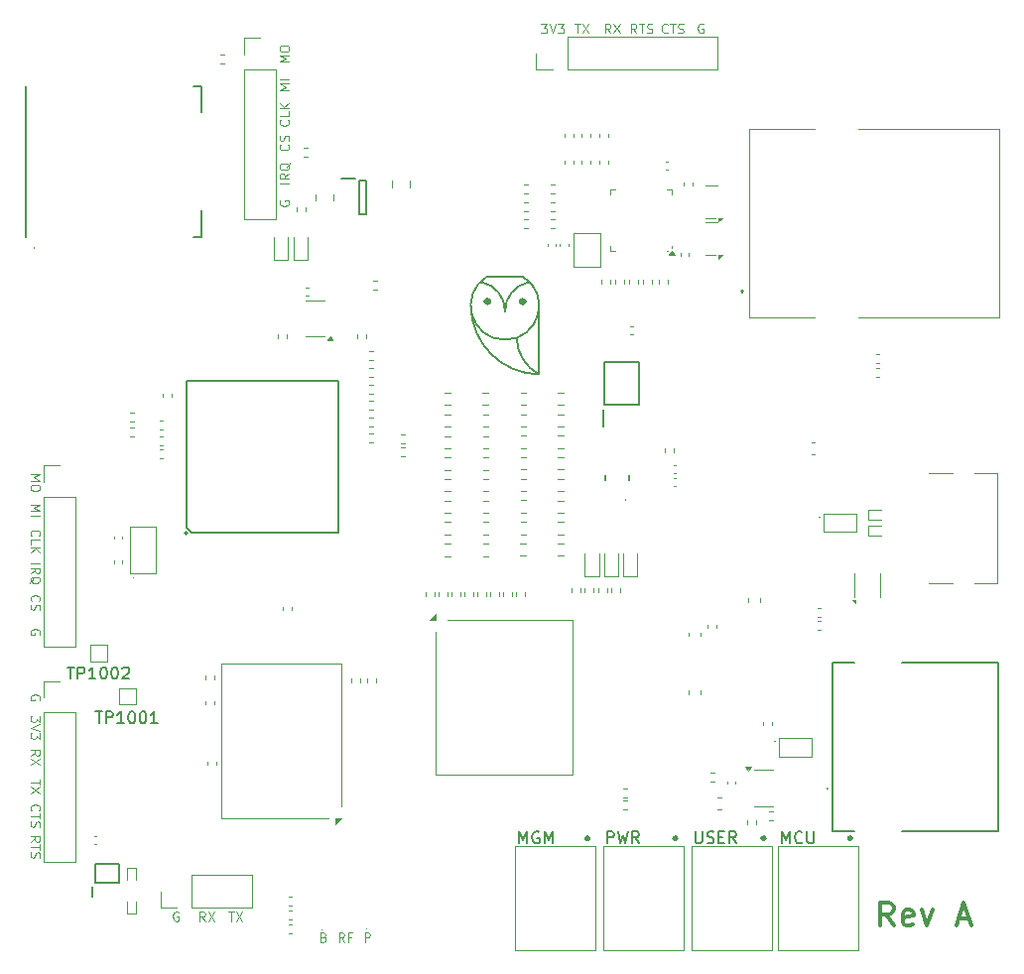
<source format=gbr>
%TF.GenerationSoftware,KiCad,Pcbnew,9.0.1*%
%TF.CreationDate,2026-02-07T17:07:50-05:00*%
%TF.ProjectId,Leonhart,4c656f6e-6861-4727-942e-6b696361645f,rev?*%
%TF.SameCoordinates,Original*%
%TF.FileFunction,Legend,Top*%
%TF.FilePolarity,Positive*%
%FSLAX46Y46*%
G04 Gerber Fmt 4.6, Leading zero omitted, Abs format (unit mm)*
G04 Created by KiCad (PCBNEW 9.0.1) date 2026-02-07 17:07:50*
%MOMM*%
%LPD*%
G01*
G04 APERTURE LIST*
%ADD10C,0.200000*%
%ADD11C,0.400000*%
%ADD12C,0.100000*%
%ADD13C,0.160000*%
%ADD14C,0.300000*%
%ADD15C,0.150000*%
%ADD16C,0.120000*%
G04 APERTURE END LIST*
D10*
X140116236Y-89501007D02*
G75*
G02*
X142118233Y-87008396I2490464J50007D01*
G01*
X143021800Y-88951000D02*
X143006763Y-94866686D01*
X141606754Y-86501000D02*
G75*
G02*
X138606754Y-86501000I-1500000J-2500000D01*
G01*
X143006754Y-94866686D02*
G75*
G02*
X137190380Y-89001007I100046J5915786D01*
G01*
D11*
X138748175Y-88651000D02*
G75*
G02*
X138465333Y-88651000I-141421J0D01*
G01*
X138465333Y-88651000D02*
G75*
G02*
X138748175Y-88651000I141421J0D01*
G01*
D10*
X143006754Y-94866685D02*
G75*
G02*
X141097123Y-91751264I1750046J3215685D01*
G01*
X138099000Y-86989763D02*
G75*
G02*
X140116173Y-89500945I-492200J-2461137D01*
G01*
D11*
X141748175Y-88651000D02*
G75*
G02*
X141465333Y-88651000I-141421J0D01*
G01*
X141465333Y-88651000D02*
G75*
G02*
X141748175Y-88651000I141421J0D01*
G01*
D10*
X138606756Y-86501000D02*
X141606752Y-86501000D01*
D12*
X116532979Y-140727895D02*
X116990122Y-140727895D01*
X116761550Y-141527895D02*
X116761550Y-140727895D01*
X117180598Y-140727895D02*
X117713932Y-141527895D01*
X117713932Y-140727895D02*
X117180598Y-141527895D01*
D13*
X141334358Y-134890299D02*
X141334358Y-133890299D01*
X141334358Y-133890299D02*
X141667691Y-134604584D01*
X141667691Y-134604584D02*
X142001024Y-133890299D01*
X142001024Y-133890299D02*
X142001024Y-134890299D01*
X143001024Y-133937918D02*
X142905786Y-133890299D01*
X142905786Y-133890299D02*
X142762929Y-133890299D01*
X142762929Y-133890299D02*
X142620072Y-133937918D01*
X142620072Y-133937918D02*
X142524834Y-134033156D01*
X142524834Y-134033156D02*
X142477215Y-134128394D01*
X142477215Y-134128394D02*
X142429596Y-134318870D01*
X142429596Y-134318870D02*
X142429596Y-134461727D01*
X142429596Y-134461727D02*
X142477215Y-134652203D01*
X142477215Y-134652203D02*
X142524834Y-134747441D01*
X142524834Y-134747441D02*
X142620072Y-134842680D01*
X142620072Y-134842680D02*
X142762929Y-134890299D01*
X142762929Y-134890299D02*
X142858167Y-134890299D01*
X142858167Y-134890299D02*
X143001024Y-134842680D01*
X143001024Y-134842680D02*
X143048643Y-134795060D01*
X143048643Y-134795060D02*
X143048643Y-134461727D01*
X143048643Y-134461727D02*
X142858167Y-134461727D01*
X143477215Y-134890299D02*
X143477215Y-133890299D01*
X143477215Y-133890299D02*
X143810548Y-134604584D01*
X143810548Y-134604584D02*
X144143881Y-133890299D01*
X144143881Y-133890299D02*
X144143881Y-134890299D01*
D12*
X151314408Y-65747895D02*
X151047741Y-65366942D01*
X150857265Y-65747895D02*
X150857265Y-64947895D01*
X150857265Y-64947895D02*
X151162027Y-64947895D01*
X151162027Y-64947895D02*
X151238217Y-64985990D01*
X151238217Y-64985990D02*
X151276312Y-65024085D01*
X151276312Y-65024085D02*
X151314408Y-65100276D01*
X151314408Y-65100276D02*
X151314408Y-65214561D01*
X151314408Y-65214561D02*
X151276312Y-65290752D01*
X151276312Y-65290752D02*
X151238217Y-65328847D01*
X151238217Y-65328847D02*
X151162027Y-65366942D01*
X151162027Y-65366942D02*
X150857265Y-65366942D01*
X151542979Y-64947895D02*
X152000122Y-64947895D01*
X151771550Y-65747895D02*
X151771550Y-64947895D01*
X152228693Y-65709800D02*
X152342979Y-65747895D01*
X152342979Y-65747895D02*
X152533455Y-65747895D01*
X152533455Y-65747895D02*
X152609646Y-65709800D01*
X152609646Y-65709800D02*
X152647741Y-65671704D01*
X152647741Y-65671704D02*
X152685836Y-65595514D01*
X152685836Y-65595514D02*
X152685836Y-65519323D01*
X152685836Y-65519323D02*
X152647741Y-65443133D01*
X152647741Y-65443133D02*
X152609646Y-65405038D01*
X152609646Y-65405038D02*
X152533455Y-65366942D01*
X152533455Y-65366942D02*
X152381074Y-65328847D01*
X152381074Y-65328847D02*
X152304884Y-65290752D01*
X152304884Y-65290752D02*
X152266789Y-65252657D01*
X152266789Y-65252657D02*
X152228693Y-65176466D01*
X152228693Y-65176466D02*
X152228693Y-65100276D01*
X152228693Y-65100276D02*
X152266789Y-65024085D01*
X152266789Y-65024085D02*
X152304884Y-64985990D01*
X152304884Y-64985990D02*
X152381074Y-64947895D01*
X152381074Y-64947895D02*
X152571551Y-64947895D01*
X152571551Y-64947895D02*
X152685836Y-64985990D01*
X112226312Y-140765990D02*
X112150122Y-140727895D01*
X112150122Y-140727895D02*
X112035836Y-140727895D01*
X112035836Y-140727895D02*
X111921550Y-140765990D01*
X111921550Y-140765990D02*
X111845360Y-140842180D01*
X111845360Y-140842180D02*
X111807265Y-140918371D01*
X111807265Y-140918371D02*
X111769169Y-141070752D01*
X111769169Y-141070752D02*
X111769169Y-141185038D01*
X111769169Y-141185038D02*
X111807265Y-141337419D01*
X111807265Y-141337419D02*
X111845360Y-141413609D01*
X111845360Y-141413609D02*
X111921550Y-141489800D01*
X111921550Y-141489800D02*
X112035836Y-141527895D01*
X112035836Y-141527895D02*
X112112027Y-141527895D01*
X112112027Y-141527895D02*
X112226312Y-141489800D01*
X112226312Y-141489800D02*
X112264408Y-141451704D01*
X112264408Y-141451704D02*
X112264408Y-141185038D01*
X112264408Y-141185038D02*
X112112027Y-141185038D01*
X121667895Y-78544734D02*
X120867895Y-78544734D01*
X121667895Y-77706639D02*
X121286942Y-77973306D01*
X121667895Y-78163782D02*
X120867895Y-78163782D01*
X120867895Y-78163782D02*
X120867895Y-77859020D01*
X120867895Y-77859020D02*
X120905990Y-77782830D01*
X120905990Y-77782830D02*
X120944085Y-77744735D01*
X120944085Y-77744735D02*
X121020276Y-77706639D01*
X121020276Y-77706639D02*
X121134561Y-77706639D01*
X121134561Y-77706639D02*
X121210752Y-77744735D01*
X121210752Y-77744735D02*
X121248847Y-77782830D01*
X121248847Y-77782830D02*
X121286942Y-77859020D01*
X121286942Y-77859020D02*
X121286942Y-78163782D01*
X121744085Y-76830449D02*
X121705990Y-76906639D01*
X121705990Y-76906639D02*
X121629800Y-76982830D01*
X121629800Y-76982830D02*
X121515514Y-77097116D01*
X121515514Y-77097116D02*
X121477419Y-77173306D01*
X121477419Y-77173306D02*
X121477419Y-77249497D01*
X121667895Y-77211401D02*
X121629800Y-77287592D01*
X121629800Y-77287592D02*
X121553609Y-77363782D01*
X121553609Y-77363782D02*
X121401228Y-77401878D01*
X121401228Y-77401878D02*
X121134561Y-77401878D01*
X121134561Y-77401878D02*
X120982180Y-77363782D01*
X120982180Y-77363782D02*
X120905990Y-77287592D01*
X120905990Y-77287592D02*
X120867895Y-77211401D01*
X120867895Y-77211401D02*
X120867895Y-77059020D01*
X120867895Y-77059020D02*
X120905990Y-76982830D01*
X120905990Y-76982830D02*
X120982180Y-76906639D01*
X120982180Y-76906639D02*
X121134561Y-76868544D01*
X121134561Y-76868544D02*
X121401228Y-76868544D01*
X121401228Y-76868544D02*
X121553609Y-76906639D01*
X121553609Y-76906639D02*
X121629800Y-76982830D01*
X121629800Y-76982830D02*
X121667895Y-77059020D01*
X121667895Y-77059020D02*
X121667895Y-77211401D01*
X121667895Y-68204734D02*
X120867895Y-68204734D01*
X120867895Y-68204734D02*
X121439323Y-67938068D01*
X121439323Y-67938068D02*
X120867895Y-67671401D01*
X120867895Y-67671401D02*
X121667895Y-67671401D01*
X120867895Y-67138067D02*
X120867895Y-66985686D01*
X120867895Y-66985686D02*
X120905990Y-66909496D01*
X120905990Y-66909496D02*
X120982180Y-66833305D01*
X120982180Y-66833305D02*
X121134561Y-66795210D01*
X121134561Y-66795210D02*
X121401228Y-66795210D01*
X121401228Y-66795210D02*
X121553609Y-66833305D01*
X121553609Y-66833305D02*
X121629800Y-66909496D01*
X121629800Y-66909496D02*
X121667895Y-66985686D01*
X121667895Y-66985686D02*
X121667895Y-67138067D01*
X121667895Y-67138067D02*
X121629800Y-67214258D01*
X121629800Y-67214258D02*
X121553609Y-67290448D01*
X121553609Y-67290448D02*
X121401228Y-67328544D01*
X121401228Y-67328544D02*
X121134561Y-67328544D01*
X121134561Y-67328544D02*
X120982180Y-67290448D01*
X120982180Y-67290448D02*
X120905990Y-67214258D01*
X120905990Y-67214258D02*
X120867895Y-67138067D01*
X99634104Y-134764408D02*
X100015057Y-134497741D01*
X99634104Y-134307265D02*
X100434104Y-134307265D01*
X100434104Y-134307265D02*
X100434104Y-134612027D01*
X100434104Y-134612027D02*
X100396009Y-134688217D01*
X100396009Y-134688217D02*
X100357914Y-134726312D01*
X100357914Y-134726312D02*
X100281723Y-134764408D01*
X100281723Y-134764408D02*
X100167438Y-134764408D01*
X100167438Y-134764408D02*
X100091247Y-134726312D01*
X100091247Y-134726312D02*
X100053152Y-134688217D01*
X100053152Y-134688217D02*
X100015057Y-134612027D01*
X100015057Y-134612027D02*
X100015057Y-134307265D01*
X100434104Y-134992979D02*
X100434104Y-135450122D01*
X99634104Y-135221550D02*
X100434104Y-135221550D01*
X99672200Y-135678693D02*
X99634104Y-135792979D01*
X99634104Y-135792979D02*
X99634104Y-135983455D01*
X99634104Y-135983455D02*
X99672200Y-136059646D01*
X99672200Y-136059646D02*
X99710295Y-136097741D01*
X99710295Y-136097741D02*
X99786485Y-136135836D01*
X99786485Y-136135836D02*
X99862676Y-136135836D01*
X99862676Y-136135836D02*
X99938866Y-136097741D01*
X99938866Y-136097741D02*
X99976961Y-136059646D01*
X99976961Y-136059646D02*
X100015057Y-135983455D01*
X100015057Y-135983455D02*
X100053152Y-135831074D01*
X100053152Y-135831074D02*
X100091247Y-135754884D01*
X100091247Y-135754884D02*
X100129342Y-135716789D01*
X100129342Y-135716789D02*
X100205533Y-135678693D01*
X100205533Y-135678693D02*
X100281723Y-135678693D01*
X100281723Y-135678693D02*
X100357914Y-135716789D01*
X100357914Y-135716789D02*
X100396009Y-135754884D01*
X100396009Y-135754884D02*
X100434104Y-135831074D01*
X100434104Y-135831074D02*
X100434104Y-136021551D01*
X100434104Y-136021551D02*
X100396009Y-136135836D01*
X114504408Y-141527895D02*
X114237741Y-141146942D01*
X114047265Y-141527895D02*
X114047265Y-140727895D01*
X114047265Y-140727895D02*
X114352027Y-140727895D01*
X114352027Y-140727895D02*
X114428217Y-140765990D01*
X114428217Y-140765990D02*
X114466312Y-140804085D01*
X114466312Y-140804085D02*
X114504408Y-140880276D01*
X114504408Y-140880276D02*
X114504408Y-140994561D01*
X114504408Y-140994561D02*
X114466312Y-141070752D01*
X114466312Y-141070752D02*
X114428217Y-141108847D01*
X114428217Y-141108847D02*
X114352027Y-141146942D01*
X114352027Y-141146942D02*
X114047265Y-141146942D01*
X114771074Y-140727895D02*
X115304408Y-141527895D01*
X115304408Y-140727895D02*
X114771074Y-141527895D01*
X100396009Y-117076312D02*
X100434104Y-117000122D01*
X100434104Y-117000122D02*
X100434104Y-116885836D01*
X100434104Y-116885836D02*
X100396009Y-116771550D01*
X100396009Y-116771550D02*
X100319819Y-116695360D01*
X100319819Y-116695360D02*
X100243628Y-116657265D01*
X100243628Y-116657265D02*
X100091247Y-116619169D01*
X100091247Y-116619169D02*
X99976961Y-116619169D01*
X99976961Y-116619169D02*
X99824580Y-116657265D01*
X99824580Y-116657265D02*
X99748390Y-116695360D01*
X99748390Y-116695360D02*
X99672200Y-116771550D01*
X99672200Y-116771550D02*
X99634104Y-116885836D01*
X99634104Y-116885836D02*
X99634104Y-116962027D01*
X99634104Y-116962027D02*
X99672200Y-117076312D01*
X99672200Y-117076312D02*
X99710295Y-117114408D01*
X99710295Y-117114408D02*
X99976961Y-117114408D01*
X99976961Y-117114408D02*
X99976961Y-116962027D01*
X100434104Y-124031074D02*
X100434104Y-124526312D01*
X100434104Y-124526312D02*
X100129342Y-124259646D01*
X100129342Y-124259646D02*
X100129342Y-124373931D01*
X100129342Y-124373931D02*
X100091247Y-124450122D01*
X100091247Y-124450122D02*
X100053152Y-124488217D01*
X100053152Y-124488217D02*
X99976961Y-124526312D01*
X99976961Y-124526312D02*
X99786485Y-124526312D01*
X99786485Y-124526312D02*
X99710295Y-124488217D01*
X99710295Y-124488217D02*
X99672200Y-124450122D01*
X99672200Y-124450122D02*
X99634104Y-124373931D01*
X99634104Y-124373931D02*
X99634104Y-124145360D01*
X99634104Y-124145360D02*
X99672200Y-124069169D01*
X99672200Y-124069169D02*
X99710295Y-124031074D01*
X100434104Y-124754884D02*
X99634104Y-125021551D01*
X99634104Y-125021551D02*
X100434104Y-125288217D01*
X100434104Y-125478693D02*
X100434104Y-125973931D01*
X100434104Y-125973931D02*
X100129342Y-125707265D01*
X100129342Y-125707265D02*
X100129342Y-125821550D01*
X100129342Y-125821550D02*
X100091247Y-125897741D01*
X100091247Y-125897741D02*
X100053152Y-125935836D01*
X100053152Y-125935836D02*
X99976961Y-125973931D01*
X99976961Y-125973931D02*
X99786485Y-125973931D01*
X99786485Y-125973931D02*
X99710295Y-125935836D01*
X99710295Y-125935836D02*
X99672200Y-125897741D01*
X99672200Y-125897741D02*
X99634104Y-125821550D01*
X99634104Y-125821550D02*
X99634104Y-125592979D01*
X99634104Y-125592979D02*
X99672200Y-125516788D01*
X99672200Y-125516788D02*
X99710295Y-125478693D01*
X100434104Y-129445836D02*
X100434104Y-129902979D01*
X99634104Y-129674407D02*
X100434104Y-129674407D01*
X100434104Y-130093455D02*
X99634104Y-130626789D01*
X100434104Y-130626789D02*
X99634104Y-130093455D01*
X99710295Y-132114408D02*
X99672200Y-132076312D01*
X99672200Y-132076312D02*
X99634104Y-131962027D01*
X99634104Y-131962027D02*
X99634104Y-131885836D01*
X99634104Y-131885836D02*
X99672200Y-131771550D01*
X99672200Y-131771550D02*
X99748390Y-131695360D01*
X99748390Y-131695360D02*
X99824580Y-131657265D01*
X99824580Y-131657265D02*
X99976961Y-131619169D01*
X99976961Y-131619169D02*
X100091247Y-131619169D01*
X100091247Y-131619169D02*
X100243628Y-131657265D01*
X100243628Y-131657265D02*
X100319819Y-131695360D01*
X100319819Y-131695360D02*
X100396009Y-131771550D01*
X100396009Y-131771550D02*
X100434104Y-131885836D01*
X100434104Y-131885836D02*
X100434104Y-131962027D01*
X100434104Y-131962027D02*
X100396009Y-132076312D01*
X100396009Y-132076312D02*
X100357914Y-132114408D01*
X100434104Y-132342979D02*
X100434104Y-132800122D01*
X99634104Y-132571550D02*
X100434104Y-132571550D01*
X99672200Y-133028693D02*
X99634104Y-133142979D01*
X99634104Y-133142979D02*
X99634104Y-133333455D01*
X99634104Y-133333455D02*
X99672200Y-133409646D01*
X99672200Y-133409646D02*
X99710295Y-133447741D01*
X99710295Y-133447741D02*
X99786485Y-133485836D01*
X99786485Y-133485836D02*
X99862676Y-133485836D01*
X99862676Y-133485836D02*
X99938866Y-133447741D01*
X99938866Y-133447741D02*
X99976961Y-133409646D01*
X99976961Y-133409646D02*
X100015057Y-133333455D01*
X100015057Y-133333455D02*
X100053152Y-133181074D01*
X100053152Y-133181074D02*
X100091247Y-133104884D01*
X100091247Y-133104884D02*
X100129342Y-133066789D01*
X100129342Y-133066789D02*
X100205533Y-133028693D01*
X100205533Y-133028693D02*
X100281723Y-133028693D01*
X100281723Y-133028693D02*
X100357914Y-133066789D01*
X100357914Y-133066789D02*
X100396009Y-133104884D01*
X100396009Y-133104884D02*
X100434104Y-133181074D01*
X100434104Y-133181074D02*
X100434104Y-133371551D01*
X100434104Y-133371551D02*
X100396009Y-133485836D01*
X146072504Y-64947895D02*
X146529647Y-64947895D01*
X146301075Y-65747895D02*
X146301075Y-64947895D01*
X146720123Y-64947895D02*
X147253457Y-65747895D01*
X147253457Y-64947895D02*
X146720123Y-65747895D01*
D13*
X163752760Y-134890299D02*
X163752760Y-133890299D01*
X163752760Y-133890299D02*
X164086093Y-134604584D01*
X164086093Y-134604584D02*
X164419426Y-133890299D01*
X164419426Y-133890299D02*
X164419426Y-134890299D01*
X165467045Y-134795060D02*
X165419426Y-134842680D01*
X165419426Y-134842680D02*
X165276569Y-134890299D01*
X165276569Y-134890299D02*
X165181331Y-134890299D01*
X165181331Y-134890299D02*
X165038474Y-134842680D01*
X165038474Y-134842680D02*
X164943236Y-134747441D01*
X164943236Y-134747441D02*
X164895617Y-134652203D01*
X164895617Y-134652203D02*
X164847998Y-134461727D01*
X164847998Y-134461727D02*
X164847998Y-134318870D01*
X164847998Y-134318870D02*
X164895617Y-134128394D01*
X164895617Y-134128394D02*
X164943236Y-134033156D01*
X164943236Y-134033156D02*
X165038474Y-133937918D01*
X165038474Y-133937918D02*
X165181331Y-133890299D01*
X165181331Y-133890299D02*
X165276569Y-133890299D01*
X165276569Y-133890299D02*
X165419426Y-133937918D01*
X165419426Y-133937918D02*
X165467045Y-133985537D01*
X165895617Y-133890299D02*
X165895617Y-134699822D01*
X165895617Y-134699822D02*
X165943236Y-134795060D01*
X165943236Y-134795060D02*
X165990855Y-134842680D01*
X165990855Y-134842680D02*
X166086093Y-134890299D01*
X166086093Y-134890299D02*
X166276569Y-134890299D01*
X166276569Y-134890299D02*
X166371807Y-134842680D01*
X166371807Y-134842680D02*
X166419426Y-134795060D01*
X166419426Y-134795060D02*
X166467045Y-134699822D01*
X166467045Y-134699822D02*
X166467045Y-133890299D01*
D12*
X120905990Y-80025687D02*
X120867895Y-80101877D01*
X120867895Y-80101877D02*
X120867895Y-80216163D01*
X120867895Y-80216163D02*
X120905990Y-80330449D01*
X120905990Y-80330449D02*
X120982180Y-80406639D01*
X120982180Y-80406639D02*
X121058371Y-80444734D01*
X121058371Y-80444734D02*
X121210752Y-80482830D01*
X121210752Y-80482830D02*
X121325038Y-80482830D01*
X121325038Y-80482830D02*
X121477419Y-80444734D01*
X121477419Y-80444734D02*
X121553609Y-80406639D01*
X121553609Y-80406639D02*
X121629800Y-80330449D01*
X121629800Y-80330449D02*
X121667895Y-80216163D01*
X121667895Y-80216163D02*
X121667895Y-80139972D01*
X121667895Y-80139972D02*
X121629800Y-80025687D01*
X121629800Y-80025687D02*
X121591704Y-79987591D01*
X121591704Y-79987591D02*
X121325038Y-79987591D01*
X121325038Y-79987591D02*
X121325038Y-80139972D01*
X149114408Y-65747895D02*
X148847741Y-65366942D01*
X148657265Y-65747895D02*
X148657265Y-64947895D01*
X148657265Y-64947895D02*
X148962027Y-64947895D01*
X148962027Y-64947895D02*
X149038217Y-64985990D01*
X149038217Y-64985990D02*
X149076312Y-65024085D01*
X149076312Y-65024085D02*
X149114408Y-65100276D01*
X149114408Y-65100276D02*
X149114408Y-65214561D01*
X149114408Y-65214561D02*
X149076312Y-65290752D01*
X149076312Y-65290752D02*
X149038217Y-65328847D01*
X149038217Y-65328847D02*
X148962027Y-65366942D01*
X148962027Y-65366942D02*
X148657265Y-65366942D01*
X149381074Y-64947895D02*
X149914408Y-65747895D01*
X149914408Y-64947895D02*
X149381074Y-65747895D01*
X99634104Y-103407265D02*
X100434104Y-103407265D01*
X100434104Y-103407265D02*
X99862676Y-103673931D01*
X99862676Y-103673931D02*
X100434104Y-103940598D01*
X100434104Y-103940598D02*
X99634104Y-103940598D01*
X100434104Y-104473932D02*
X100434104Y-104626313D01*
X100434104Y-104626313D02*
X100396009Y-104702503D01*
X100396009Y-104702503D02*
X100319819Y-104778694D01*
X100319819Y-104778694D02*
X100167438Y-104816789D01*
X100167438Y-104816789D02*
X99900771Y-104816789D01*
X99900771Y-104816789D02*
X99748390Y-104778694D01*
X99748390Y-104778694D02*
X99672200Y-104702503D01*
X99672200Y-104702503D02*
X99634104Y-104626313D01*
X99634104Y-104626313D02*
X99634104Y-104473932D01*
X99634104Y-104473932D02*
X99672200Y-104397741D01*
X99672200Y-104397741D02*
X99748390Y-104321551D01*
X99748390Y-104321551D02*
X99900771Y-104283455D01*
X99900771Y-104283455D02*
X100167438Y-104283455D01*
X100167438Y-104283455D02*
X100319819Y-104321551D01*
X100319819Y-104321551D02*
X100396009Y-104397741D01*
X100396009Y-104397741D02*
X100434104Y-104473932D01*
X124603931Y-142888847D02*
X124718217Y-142926942D01*
X124718217Y-142926942D02*
X124756312Y-142965038D01*
X124756312Y-142965038D02*
X124794408Y-143041228D01*
X124794408Y-143041228D02*
X124794408Y-143155514D01*
X124794408Y-143155514D02*
X124756312Y-143231704D01*
X124756312Y-143231704D02*
X124718217Y-143269800D01*
X124718217Y-143269800D02*
X124642027Y-143307895D01*
X124642027Y-143307895D02*
X124337265Y-143307895D01*
X124337265Y-143307895D02*
X124337265Y-142507895D01*
X124337265Y-142507895D02*
X124603931Y-142507895D01*
X124603931Y-142507895D02*
X124680122Y-142545990D01*
X124680122Y-142545990D02*
X124718217Y-142584085D01*
X124718217Y-142584085D02*
X124756312Y-142660276D01*
X124756312Y-142660276D02*
X124756312Y-142736466D01*
X124756312Y-142736466D02*
X124718217Y-142812657D01*
X124718217Y-142812657D02*
X124680122Y-142850752D01*
X124680122Y-142850752D02*
X124603931Y-142888847D01*
X124603931Y-142888847D02*
X124337265Y-142888847D01*
X126394408Y-143307895D02*
X126127741Y-142926942D01*
X125937265Y-143307895D02*
X125937265Y-142507895D01*
X125937265Y-142507895D02*
X126242027Y-142507895D01*
X126242027Y-142507895D02*
X126318217Y-142545990D01*
X126318217Y-142545990D02*
X126356312Y-142584085D01*
X126356312Y-142584085D02*
X126394408Y-142660276D01*
X126394408Y-142660276D02*
X126394408Y-142774561D01*
X126394408Y-142774561D02*
X126356312Y-142850752D01*
X126356312Y-142850752D02*
X126318217Y-142888847D01*
X126318217Y-142888847D02*
X126242027Y-142926942D01*
X126242027Y-142926942D02*
X125937265Y-142926942D01*
X127003931Y-142888847D02*
X126737265Y-142888847D01*
X126737265Y-143307895D02*
X126737265Y-142507895D01*
X126737265Y-142507895D02*
X127118217Y-142507895D01*
D14*
X173267415Y-141920638D02*
X172600748Y-140968257D01*
X172124558Y-141920638D02*
X172124558Y-139920638D01*
X172124558Y-139920638D02*
X172886463Y-139920638D01*
X172886463Y-139920638D02*
X173076939Y-140015876D01*
X173076939Y-140015876D02*
X173172177Y-140111114D01*
X173172177Y-140111114D02*
X173267415Y-140301590D01*
X173267415Y-140301590D02*
X173267415Y-140587304D01*
X173267415Y-140587304D02*
X173172177Y-140777780D01*
X173172177Y-140777780D02*
X173076939Y-140873019D01*
X173076939Y-140873019D02*
X172886463Y-140968257D01*
X172886463Y-140968257D02*
X172124558Y-140968257D01*
X174886463Y-141825400D02*
X174695987Y-141920638D01*
X174695987Y-141920638D02*
X174315034Y-141920638D01*
X174315034Y-141920638D02*
X174124558Y-141825400D01*
X174124558Y-141825400D02*
X174029320Y-141634923D01*
X174029320Y-141634923D02*
X174029320Y-140873019D01*
X174029320Y-140873019D02*
X174124558Y-140682542D01*
X174124558Y-140682542D02*
X174315034Y-140587304D01*
X174315034Y-140587304D02*
X174695987Y-140587304D01*
X174695987Y-140587304D02*
X174886463Y-140682542D01*
X174886463Y-140682542D02*
X174981701Y-140873019D01*
X174981701Y-140873019D02*
X174981701Y-141063495D01*
X174981701Y-141063495D02*
X174029320Y-141253971D01*
X175648368Y-140587304D02*
X176124558Y-141920638D01*
X176124558Y-141920638D02*
X176600749Y-140587304D01*
X178791226Y-141349209D02*
X179743607Y-141349209D01*
X178600750Y-141920638D02*
X179267416Y-139920638D01*
X179267416Y-139920638D02*
X179934083Y-141920638D01*
D12*
X100396009Y-122676312D02*
X100434104Y-122600122D01*
X100434104Y-122600122D02*
X100434104Y-122485836D01*
X100434104Y-122485836D02*
X100396009Y-122371550D01*
X100396009Y-122371550D02*
X100319819Y-122295360D01*
X100319819Y-122295360D02*
X100243628Y-122257265D01*
X100243628Y-122257265D02*
X100091247Y-122219169D01*
X100091247Y-122219169D02*
X99976961Y-122219169D01*
X99976961Y-122219169D02*
X99824580Y-122257265D01*
X99824580Y-122257265D02*
X99748390Y-122295360D01*
X99748390Y-122295360D02*
X99672200Y-122371550D01*
X99672200Y-122371550D02*
X99634104Y-122485836D01*
X99634104Y-122485836D02*
X99634104Y-122562027D01*
X99634104Y-122562027D02*
X99672200Y-122676312D01*
X99672200Y-122676312D02*
X99710295Y-122714408D01*
X99710295Y-122714408D02*
X99976961Y-122714408D01*
X99976961Y-122714408D02*
X99976961Y-122562027D01*
X99634104Y-105989647D02*
X100434104Y-105989647D01*
X100434104Y-105989647D02*
X99862676Y-106256313D01*
X99862676Y-106256313D02*
X100434104Y-106522980D01*
X100434104Y-106522980D02*
X99634104Y-106522980D01*
X99634104Y-106903933D02*
X100434104Y-106903933D01*
X99710295Y-114214408D02*
X99672200Y-114176312D01*
X99672200Y-114176312D02*
X99634104Y-114062027D01*
X99634104Y-114062027D02*
X99634104Y-113985836D01*
X99634104Y-113985836D02*
X99672200Y-113871550D01*
X99672200Y-113871550D02*
X99748390Y-113795360D01*
X99748390Y-113795360D02*
X99824580Y-113757265D01*
X99824580Y-113757265D02*
X99976961Y-113719169D01*
X99976961Y-113719169D02*
X100091247Y-113719169D01*
X100091247Y-113719169D02*
X100243628Y-113757265D01*
X100243628Y-113757265D02*
X100319819Y-113795360D01*
X100319819Y-113795360D02*
X100396009Y-113871550D01*
X100396009Y-113871550D02*
X100434104Y-113985836D01*
X100434104Y-113985836D02*
X100434104Y-114062027D01*
X100434104Y-114062027D02*
X100396009Y-114176312D01*
X100396009Y-114176312D02*
X100357914Y-114214408D01*
X99672200Y-114519169D02*
X99634104Y-114633455D01*
X99634104Y-114633455D02*
X99634104Y-114823931D01*
X99634104Y-114823931D02*
X99672200Y-114900122D01*
X99672200Y-114900122D02*
X99710295Y-114938217D01*
X99710295Y-114938217D02*
X99786485Y-114976312D01*
X99786485Y-114976312D02*
X99862676Y-114976312D01*
X99862676Y-114976312D02*
X99938866Y-114938217D01*
X99938866Y-114938217D02*
X99976961Y-114900122D01*
X99976961Y-114900122D02*
X100015057Y-114823931D01*
X100015057Y-114823931D02*
X100053152Y-114671550D01*
X100053152Y-114671550D02*
X100091247Y-114595360D01*
X100091247Y-114595360D02*
X100129342Y-114557265D01*
X100129342Y-114557265D02*
X100205533Y-114519169D01*
X100205533Y-114519169D02*
X100281723Y-114519169D01*
X100281723Y-114519169D02*
X100357914Y-114557265D01*
X100357914Y-114557265D02*
X100396009Y-114595360D01*
X100396009Y-114595360D02*
X100434104Y-114671550D01*
X100434104Y-114671550D02*
X100434104Y-114862027D01*
X100434104Y-114862027D02*
X100396009Y-114976312D01*
D13*
X148834358Y-134890299D02*
X148834358Y-133890299D01*
X148834358Y-133890299D02*
X149215310Y-133890299D01*
X149215310Y-133890299D02*
X149310548Y-133937918D01*
X149310548Y-133937918D02*
X149358167Y-133985537D01*
X149358167Y-133985537D02*
X149405786Y-134080775D01*
X149405786Y-134080775D02*
X149405786Y-134223632D01*
X149405786Y-134223632D02*
X149358167Y-134318870D01*
X149358167Y-134318870D02*
X149310548Y-134366489D01*
X149310548Y-134366489D02*
X149215310Y-134414108D01*
X149215310Y-134414108D02*
X148834358Y-134414108D01*
X149739120Y-133890299D02*
X149977215Y-134890299D01*
X149977215Y-134890299D02*
X150167691Y-134176013D01*
X150167691Y-134176013D02*
X150358167Y-134890299D01*
X150358167Y-134890299D02*
X150596263Y-133890299D01*
X151548643Y-134890299D02*
X151215310Y-134414108D01*
X150977215Y-134890299D02*
X150977215Y-133890299D01*
X150977215Y-133890299D02*
X151358167Y-133890299D01*
X151358167Y-133890299D02*
X151453405Y-133937918D01*
X151453405Y-133937918D02*
X151501024Y-133985537D01*
X151501024Y-133985537D02*
X151548643Y-134080775D01*
X151548643Y-134080775D02*
X151548643Y-134223632D01*
X151548643Y-134223632D02*
X151501024Y-134318870D01*
X151501024Y-134318870D02*
X151453405Y-134366489D01*
X151453405Y-134366489D02*
X151358167Y-134414108D01*
X151358167Y-134414108D02*
X150977215Y-134414108D01*
D12*
X128137265Y-143307895D02*
X128137265Y-142507895D01*
X128137265Y-142507895D02*
X128442027Y-142507895D01*
X128442027Y-142507895D02*
X128518217Y-142545990D01*
X128518217Y-142545990D02*
X128556312Y-142584085D01*
X128556312Y-142584085D02*
X128594408Y-142660276D01*
X128594408Y-142660276D02*
X128594408Y-142774561D01*
X128594408Y-142774561D02*
X128556312Y-142850752D01*
X128556312Y-142850752D02*
X128518217Y-142888847D01*
X128518217Y-142888847D02*
X128442027Y-142926942D01*
X128442027Y-142926942D02*
X128137265Y-142926942D01*
X143181074Y-64947895D02*
X143676312Y-64947895D01*
X143676312Y-64947895D02*
X143409646Y-65252657D01*
X143409646Y-65252657D02*
X143523931Y-65252657D01*
X143523931Y-65252657D02*
X143600122Y-65290752D01*
X143600122Y-65290752D02*
X143638217Y-65328847D01*
X143638217Y-65328847D02*
X143676312Y-65405038D01*
X143676312Y-65405038D02*
X143676312Y-65595514D01*
X143676312Y-65595514D02*
X143638217Y-65671704D01*
X143638217Y-65671704D02*
X143600122Y-65709800D01*
X143600122Y-65709800D02*
X143523931Y-65747895D01*
X143523931Y-65747895D02*
X143295360Y-65747895D01*
X143295360Y-65747895D02*
X143219169Y-65709800D01*
X143219169Y-65709800D02*
X143181074Y-65671704D01*
X143904884Y-64947895D02*
X144171551Y-65747895D01*
X144171551Y-65747895D02*
X144438217Y-64947895D01*
X144628693Y-64947895D02*
X145123931Y-64947895D01*
X145123931Y-64947895D02*
X144857265Y-65252657D01*
X144857265Y-65252657D02*
X144971550Y-65252657D01*
X144971550Y-65252657D02*
X145047741Y-65290752D01*
X145047741Y-65290752D02*
X145085836Y-65328847D01*
X145085836Y-65328847D02*
X145123931Y-65405038D01*
X145123931Y-65405038D02*
X145123931Y-65595514D01*
X145123931Y-65595514D02*
X145085836Y-65671704D01*
X145085836Y-65671704D02*
X145047741Y-65709800D01*
X145047741Y-65709800D02*
X144971550Y-65747895D01*
X144971550Y-65747895D02*
X144742979Y-65747895D01*
X144742979Y-65747895D02*
X144666788Y-65709800D01*
X144666788Y-65709800D02*
X144628693Y-65671704D01*
X153964408Y-65671704D02*
X153926312Y-65709800D01*
X153926312Y-65709800D02*
X153812027Y-65747895D01*
X153812027Y-65747895D02*
X153735836Y-65747895D01*
X153735836Y-65747895D02*
X153621550Y-65709800D01*
X153621550Y-65709800D02*
X153545360Y-65633609D01*
X153545360Y-65633609D02*
X153507265Y-65557419D01*
X153507265Y-65557419D02*
X153469169Y-65405038D01*
X153469169Y-65405038D02*
X153469169Y-65290752D01*
X153469169Y-65290752D02*
X153507265Y-65138371D01*
X153507265Y-65138371D02*
X153545360Y-65062180D01*
X153545360Y-65062180D02*
X153621550Y-64985990D01*
X153621550Y-64985990D02*
X153735836Y-64947895D01*
X153735836Y-64947895D02*
X153812027Y-64947895D01*
X153812027Y-64947895D02*
X153926312Y-64985990D01*
X153926312Y-64985990D02*
X153964408Y-65024085D01*
X154192979Y-64947895D02*
X154650122Y-64947895D01*
X154421550Y-65747895D02*
X154421550Y-64947895D01*
X154878693Y-65709800D02*
X154992979Y-65747895D01*
X154992979Y-65747895D02*
X155183455Y-65747895D01*
X155183455Y-65747895D02*
X155259646Y-65709800D01*
X155259646Y-65709800D02*
X155297741Y-65671704D01*
X155297741Y-65671704D02*
X155335836Y-65595514D01*
X155335836Y-65595514D02*
X155335836Y-65519323D01*
X155335836Y-65519323D02*
X155297741Y-65443133D01*
X155297741Y-65443133D02*
X155259646Y-65405038D01*
X155259646Y-65405038D02*
X155183455Y-65366942D01*
X155183455Y-65366942D02*
X155031074Y-65328847D01*
X155031074Y-65328847D02*
X154954884Y-65290752D01*
X154954884Y-65290752D02*
X154916789Y-65252657D01*
X154916789Y-65252657D02*
X154878693Y-65176466D01*
X154878693Y-65176466D02*
X154878693Y-65100276D01*
X154878693Y-65100276D02*
X154916789Y-65024085D01*
X154916789Y-65024085D02*
X154954884Y-64985990D01*
X154954884Y-64985990D02*
X155031074Y-64947895D01*
X155031074Y-64947895D02*
X155221551Y-64947895D01*
X155221551Y-64947895D02*
X155335836Y-64985990D01*
X157026312Y-64985990D02*
X156950122Y-64947895D01*
X156950122Y-64947895D02*
X156835836Y-64947895D01*
X156835836Y-64947895D02*
X156721550Y-64985990D01*
X156721550Y-64985990D02*
X156645360Y-65062180D01*
X156645360Y-65062180D02*
X156607265Y-65138371D01*
X156607265Y-65138371D02*
X156569169Y-65290752D01*
X156569169Y-65290752D02*
X156569169Y-65405038D01*
X156569169Y-65405038D02*
X156607265Y-65557419D01*
X156607265Y-65557419D02*
X156645360Y-65633609D01*
X156645360Y-65633609D02*
X156721550Y-65709800D01*
X156721550Y-65709800D02*
X156835836Y-65747895D01*
X156835836Y-65747895D02*
X156912027Y-65747895D01*
X156912027Y-65747895D02*
X157026312Y-65709800D01*
X157026312Y-65709800D02*
X157064408Y-65671704D01*
X157064408Y-65671704D02*
X157064408Y-65405038D01*
X157064408Y-65405038D02*
X156912027Y-65405038D01*
X99634104Y-127414408D02*
X100015057Y-127147741D01*
X99634104Y-126957265D02*
X100434104Y-126957265D01*
X100434104Y-126957265D02*
X100434104Y-127262027D01*
X100434104Y-127262027D02*
X100396009Y-127338217D01*
X100396009Y-127338217D02*
X100357914Y-127376312D01*
X100357914Y-127376312D02*
X100281723Y-127414408D01*
X100281723Y-127414408D02*
X100167438Y-127414408D01*
X100167438Y-127414408D02*
X100091247Y-127376312D01*
X100091247Y-127376312D02*
X100053152Y-127338217D01*
X100053152Y-127338217D02*
X100015057Y-127262027D01*
X100015057Y-127262027D02*
X100015057Y-126957265D01*
X100434104Y-127681074D02*
X99634104Y-128214408D01*
X100434104Y-128214408D02*
X99634104Y-127681074D01*
X99710295Y-108664408D02*
X99672200Y-108626312D01*
X99672200Y-108626312D02*
X99634104Y-108512027D01*
X99634104Y-108512027D02*
X99634104Y-108435836D01*
X99634104Y-108435836D02*
X99672200Y-108321550D01*
X99672200Y-108321550D02*
X99748390Y-108245360D01*
X99748390Y-108245360D02*
X99824580Y-108207265D01*
X99824580Y-108207265D02*
X99976961Y-108169169D01*
X99976961Y-108169169D02*
X100091247Y-108169169D01*
X100091247Y-108169169D02*
X100243628Y-108207265D01*
X100243628Y-108207265D02*
X100319819Y-108245360D01*
X100319819Y-108245360D02*
X100396009Y-108321550D01*
X100396009Y-108321550D02*
X100434104Y-108435836D01*
X100434104Y-108435836D02*
X100434104Y-108512027D01*
X100434104Y-108512027D02*
X100396009Y-108626312D01*
X100396009Y-108626312D02*
X100357914Y-108664408D01*
X99634104Y-109388217D02*
X99634104Y-109007265D01*
X99634104Y-109007265D02*
X100434104Y-109007265D01*
X99634104Y-109654884D02*
X100434104Y-109654884D01*
X99634104Y-110112027D02*
X100091247Y-109769169D01*
X100434104Y-110112027D02*
X99976961Y-109654884D01*
X99634104Y-111007265D02*
X100434104Y-111007265D01*
X99634104Y-111845360D02*
X100015057Y-111578693D01*
X99634104Y-111388217D02*
X100434104Y-111388217D01*
X100434104Y-111388217D02*
X100434104Y-111692979D01*
X100434104Y-111692979D02*
X100396009Y-111769169D01*
X100396009Y-111769169D02*
X100357914Y-111807264D01*
X100357914Y-111807264D02*
X100281723Y-111845360D01*
X100281723Y-111845360D02*
X100167438Y-111845360D01*
X100167438Y-111845360D02*
X100091247Y-111807264D01*
X100091247Y-111807264D02*
X100053152Y-111769169D01*
X100053152Y-111769169D02*
X100015057Y-111692979D01*
X100015057Y-111692979D02*
X100015057Y-111388217D01*
X99557914Y-112721550D02*
X99596009Y-112645360D01*
X99596009Y-112645360D02*
X99672200Y-112569169D01*
X99672200Y-112569169D02*
X99786485Y-112454883D01*
X99786485Y-112454883D02*
X99824580Y-112378693D01*
X99824580Y-112378693D02*
X99824580Y-112302502D01*
X99634104Y-112340598D02*
X99672200Y-112264407D01*
X99672200Y-112264407D02*
X99748390Y-112188217D01*
X99748390Y-112188217D02*
X99900771Y-112150121D01*
X99900771Y-112150121D02*
X100167438Y-112150121D01*
X100167438Y-112150121D02*
X100319819Y-112188217D01*
X100319819Y-112188217D02*
X100396009Y-112264407D01*
X100396009Y-112264407D02*
X100434104Y-112340598D01*
X100434104Y-112340598D02*
X100434104Y-112492979D01*
X100434104Y-112492979D02*
X100396009Y-112569169D01*
X100396009Y-112569169D02*
X100319819Y-112645360D01*
X100319819Y-112645360D02*
X100167438Y-112683455D01*
X100167438Y-112683455D02*
X99900771Y-112683455D01*
X99900771Y-112683455D02*
X99748390Y-112645360D01*
X99748390Y-112645360D02*
X99672200Y-112569169D01*
X99672200Y-112569169D02*
X99634104Y-112492979D01*
X99634104Y-112492979D02*
X99634104Y-112340598D01*
X121591704Y-73137591D02*
X121629800Y-73175687D01*
X121629800Y-73175687D02*
X121667895Y-73289972D01*
X121667895Y-73289972D02*
X121667895Y-73366163D01*
X121667895Y-73366163D02*
X121629800Y-73480449D01*
X121629800Y-73480449D02*
X121553609Y-73556639D01*
X121553609Y-73556639D02*
X121477419Y-73594734D01*
X121477419Y-73594734D02*
X121325038Y-73632830D01*
X121325038Y-73632830D02*
X121210752Y-73632830D01*
X121210752Y-73632830D02*
X121058371Y-73594734D01*
X121058371Y-73594734D02*
X120982180Y-73556639D01*
X120982180Y-73556639D02*
X120905990Y-73480449D01*
X120905990Y-73480449D02*
X120867895Y-73366163D01*
X120867895Y-73366163D02*
X120867895Y-73289972D01*
X120867895Y-73289972D02*
X120905990Y-73175687D01*
X120905990Y-73175687D02*
X120944085Y-73137591D01*
X121667895Y-72413782D02*
X121667895Y-72794734D01*
X121667895Y-72794734D02*
X120867895Y-72794734D01*
X121667895Y-72147115D02*
X120867895Y-72147115D01*
X121667895Y-71689972D02*
X121210752Y-72032830D01*
X120867895Y-71689972D02*
X121325038Y-72147115D01*
X121667895Y-70594734D02*
X120867895Y-70594734D01*
X120867895Y-70594734D02*
X121439323Y-70328068D01*
X121439323Y-70328068D02*
X120867895Y-70061401D01*
X120867895Y-70061401D02*
X121667895Y-70061401D01*
X121667895Y-69680448D02*
X120867895Y-69680448D01*
D13*
X156354358Y-133890299D02*
X156354358Y-134699822D01*
X156354358Y-134699822D02*
X156401977Y-134795060D01*
X156401977Y-134795060D02*
X156449596Y-134842680D01*
X156449596Y-134842680D02*
X156544834Y-134890299D01*
X156544834Y-134890299D02*
X156735310Y-134890299D01*
X156735310Y-134890299D02*
X156830548Y-134842680D01*
X156830548Y-134842680D02*
X156878167Y-134795060D01*
X156878167Y-134795060D02*
X156925786Y-134699822D01*
X156925786Y-134699822D02*
X156925786Y-133890299D01*
X157354358Y-134842680D02*
X157497215Y-134890299D01*
X157497215Y-134890299D02*
X157735310Y-134890299D01*
X157735310Y-134890299D02*
X157830548Y-134842680D01*
X157830548Y-134842680D02*
X157878167Y-134795060D01*
X157878167Y-134795060D02*
X157925786Y-134699822D01*
X157925786Y-134699822D02*
X157925786Y-134604584D01*
X157925786Y-134604584D02*
X157878167Y-134509346D01*
X157878167Y-134509346D02*
X157830548Y-134461727D01*
X157830548Y-134461727D02*
X157735310Y-134414108D01*
X157735310Y-134414108D02*
X157544834Y-134366489D01*
X157544834Y-134366489D02*
X157449596Y-134318870D01*
X157449596Y-134318870D02*
X157401977Y-134271251D01*
X157401977Y-134271251D02*
X157354358Y-134176013D01*
X157354358Y-134176013D02*
X157354358Y-134080775D01*
X157354358Y-134080775D02*
X157401977Y-133985537D01*
X157401977Y-133985537D02*
X157449596Y-133937918D01*
X157449596Y-133937918D02*
X157544834Y-133890299D01*
X157544834Y-133890299D02*
X157782929Y-133890299D01*
X157782929Y-133890299D02*
X157925786Y-133937918D01*
X158354358Y-134366489D02*
X158687691Y-134366489D01*
X158830548Y-134890299D02*
X158354358Y-134890299D01*
X158354358Y-134890299D02*
X158354358Y-133890299D01*
X158354358Y-133890299D02*
X158830548Y-133890299D01*
X159830548Y-134890299D02*
X159497215Y-134414108D01*
X159259120Y-134890299D02*
X159259120Y-133890299D01*
X159259120Y-133890299D02*
X159640072Y-133890299D01*
X159640072Y-133890299D02*
X159735310Y-133937918D01*
X159735310Y-133937918D02*
X159782929Y-133985537D01*
X159782929Y-133985537D02*
X159830548Y-134080775D01*
X159830548Y-134080775D02*
X159830548Y-134223632D01*
X159830548Y-134223632D02*
X159782929Y-134318870D01*
X159782929Y-134318870D02*
X159735310Y-134366489D01*
X159735310Y-134366489D02*
X159640072Y-134414108D01*
X159640072Y-134414108D02*
X159259120Y-134414108D01*
D12*
X121591704Y-75237591D02*
X121629800Y-75275687D01*
X121629800Y-75275687D02*
X121667895Y-75389972D01*
X121667895Y-75389972D02*
X121667895Y-75466163D01*
X121667895Y-75466163D02*
X121629800Y-75580449D01*
X121629800Y-75580449D02*
X121553609Y-75656639D01*
X121553609Y-75656639D02*
X121477419Y-75694734D01*
X121477419Y-75694734D02*
X121325038Y-75732830D01*
X121325038Y-75732830D02*
X121210752Y-75732830D01*
X121210752Y-75732830D02*
X121058371Y-75694734D01*
X121058371Y-75694734D02*
X120982180Y-75656639D01*
X120982180Y-75656639D02*
X120905990Y-75580449D01*
X120905990Y-75580449D02*
X120867895Y-75466163D01*
X120867895Y-75466163D02*
X120867895Y-75389972D01*
X120867895Y-75389972D02*
X120905990Y-75275687D01*
X120905990Y-75275687D02*
X120944085Y-75237591D01*
X121629800Y-74932830D02*
X121667895Y-74818544D01*
X121667895Y-74818544D02*
X121667895Y-74628068D01*
X121667895Y-74628068D02*
X121629800Y-74551877D01*
X121629800Y-74551877D02*
X121591704Y-74513782D01*
X121591704Y-74513782D02*
X121515514Y-74475687D01*
X121515514Y-74475687D02*
X121439323Y-74475687D01*
X121439323Y-74475687D02*
X121363133Y-74513782D01*
X121363133Y-74513782D02*
X121325038Y-74551877D01*
X121325038Y-74551877D02*
X121286942Y-74628068D01*
X121286942Y-74628068D02*
X121248847Y-74780449D01*
X121248847Y-74780449D02*
X121210752Y-74856639D01*
X121210752Y-74856639D02*
X121172657Y-74894734D01*
X121172657Y-74894734D02*
X121096466Y-74932830D01*
X121096466Y-74932830D02*
X121020276Y-74932830D01*
X121020276Y-74932830D02*
X120944085Y-74894734D01*
X120944085Y-74894734D02*
X120905990Y-74856639D01*
X120905990Y-74856639D02*
X120867895Y-74780449D01*
X120867895Y-74780449D02*
X120867895Y-74589972D01*
X120867895Y-74589972D02*
X120905990Y-74475687D01*
D15*
X102760524Y-119864819D02*
X103331952Y-119864819D01*
X103046238Y-120864819D02*
X103046238Y-119864819D01*
X103665286Y-120864819D02*
X103665286Y-119864819D01*
X103665286Y-119864819D02*
X104046238Y-119864819D01*
X104046238Y-119864819D02*
X104141476Y-119912438D01*
X104141476Y-119912438D02*
X104189095Y-119960057D01*
X104189095Y-119960057D02*
X104236714Y-120055295D01*
X104236714Y-120055295D02*
X104236714Y-120198152D01*
X104236714Y-120198152D02*
X104189095Y-120293390D01*
X104189095Y-120293390D02*
X104141476Y-120341009D01*
X104141476Y-120341009D02*
X104046238Y-120388628D01*
X104046238Y-120388628D02*
X103665286Y-120388628D01*
X105189095Y-120864819D02*
X104617667Y-120864819D01*
X104903381Y-120864819D02*
X104903381Y-119864819D01*
X104903381Y-119864819D02*
X104808143Y-120007676D01*
X104808143Y-120007676D02*
X104712905Y-120102914D01*
X104712905Y-120102914D02*
X104617667Y-120150533D01*
X105808143Y-119864819D02*
X105903381Y-119864819D01*
X105903381Y-119864819D02*
X105998619Y-119912438D01*
X105998619Y-119912438D02*
X106046238Y-119960057D01*
X106046238Y-119960057D02*
X106093857Y-120055295D01*
X106093857Y-120055295D02*
X106141476Y-120245771D01*
X106141476Y-120245771D02*
X106141476Y-120483866D01*
X106141476Y-120483866D02*
X106093857Y-120674342D01*
X106093857Y-120674342D02*
X106046238Y-120769580D01*
X106046238Y-120769580D02*
X105998619Y-120817200D01*
X105998619Y-120817200D02*
X105903381Y-120864819D01*
X105903381Y-120864819D02*
X105808143Y-120864819D01*
X105808143Y-120864819D02*
X105712905Y-120817200D01*
X105712905Y-120817200D02*
X105665286Y-120769580D01*
X105665286Y-120769580D02*
X105617667Y-120674342D01*
X105617667Y-120674342D02*
X105570048Y-120483866D01*
X105570048Y-120483866D02*
X105570048Y-120245771D01*
X105570048Y-120245771D02*
X105617667Y-120055295D01*
X105617667Y-120055295D02*
X105665286Y-119960057D01*
X105665286Y-119960057D02*
X105712905Y-119912438D01*
X105712905Y-119912438D02*
X105808143Y-119864819D01*
X106760524Y-119864819D02*
X106855762Y-119864819D01*
X106855762Y-119864819D02*
X106951000Y-119912438D01*
X106951000Y-119912438D02*
X106998619Y-119960057D01*
X106998619Y-119960057D02*
X107046238Y-120055295D01*
X107046238Y-120055295D02*
X107093857Y-120245771D01*
X107093857Y-120245771D02*
X107093857Y-120483866D01*
X107093857Y-120483866D02*
X107046238Y-120674342D01*
X107046238Y-120674342D02*
X106998619Y-120769580D01*
X106998619Y-120769580D02*
X106951000Y-120817200D01*
X106951000Y-120817200D02*
X106855762Y-120864819D01*
X106855762Y-120864819D02*
X106760524Y-120864819D01*
X106760524Y-120864819D02*
X106665286Y-120817200D01*
X106665286Y-120817200D02*
X106617667Y-120769580D01*
X106617667Y-120769580D02*
X106570048Y-120674342D01*
X106570048Y-120674342D02*
X106522429Y-120483866D01*
X106522429Y-120483866D02*
X106522429Y-120245771D01*
X106522429Y-120245771D02*
X106570048Y-120055295D01*
X106570048Y-120055295D02*
X106617667Y-119960057D01*
X106617667Y-119960057D02*
X106665286Y-119912438D01*
X106665286Y-119912438D02*
X106760524Y-119864819D01*
X107474810Y-119960057D02*
X107522429Y-119912438D01*
X107522429Y-119912438D02*
X107617667Y-119864819D01*
X107617667Y-119864819D02*
X107855762Y-119864819D01*
X107855762Y-119864819D02*
X107951000Y-119912438D01*
X107951000Y-119912438D02*
X107998619Y-119960057D01*
X107998619Y-119960057D02*
X108046238Y-120055295D01*
X108046238Y-120055295D02*
X108046238Y-120150533D01*
X108046238Y-120150533D02*
X107998619Y-120293390D01*
X107998619Y-120293390D02*
X107427191Y-120864819D01*
X107427191Y-120864819D02*
X108046238Y-120864819D01*
X105171524Y-123644819D02*
X105742952Y-123644819D01*
X105457238Y-124644819D02*
X105457238Y-123644819D01*
X106076286Y-124644819D02*
X106076286Y-123644819D01*
X106076286Y-123644819D02*
X106457238Y-123644819D01*
X106457238Y-123644819D02*
X106552476Y-123692438D01*
X106552476Y-123692438D02*
X106600095Y-123740057D01*
X106600095Y-123740057D02*
X106647714Y-123835295D01*
X106647714Y-123835295D02*
X106647714Y-123978152D01*
X106647714Y-123978152D02*
X106600095Y-124073390D01*
X106600095Y-124073390D02*
X106552476Y-124121009D01*
X106552476Y-124121009D02*
X106457238Y-124168628D01*
X106457238Y-124168628D02*
X106076286Y-124168628D01*
X107600095Y-124644819D02*
X107028667Y-124644819D01*
X107314381Y-124644819D02*
X107314381Y-123644819D01*
X107314381Y-123644819D02*
X107219143Y-123787676D01*
X107219143Y-123787676D02*
X107123905Y-123882914D01*
X107123905Y-123882914D02*
X107028667Y-123930533D01*
X108219143Y-123644819D02*
X108314381Y-123644819D01*
X108314381Y-123644819D02*
X108409619Y-123692438D01*
X108409619Y-123692438D02*
X108457238Y-123740057D01*
X108457238Y-123740057D02*
X108504857Y-123835295D01*
X108504857Y-123835295D02*
X108552476Y-124025771D01*
X108552476Y-124025771D02*
X108552476Y-124263866D01*
X108552476Y-124263866D02*
X108504857Y-124454342D01*
X108504857Y-124454342D02*
X108457238Y-124549580D01*
X108457238Y-124549580D02*
X108409619Y-124597200D01*
X108409619Y-124597200D02*
X108314381Y-124644819D01*
X108314381Y-124644819D02*
X108219143Y-124644819D01*
X108219143Y-124644819D02*
X108123905Y-124597200D01*
X108123905Y-124597200D02*
X108076286Y-124549580D01*
X108076286Y-124549580D02*
X108028667Y-124454342D01*
X108028667Y-124454342D02*
X107981048Y-124263866D01*
X107981048Y-124263866D02*
X107981048Y-124025771D01*
X107981048Y-124025771D02*
X108028667Y-123835295D01*
X108028667Y-123835295D02*
X108076286Y-123740057D01*
X108076286Y-123740057D02*
X108123905Y-123692438D01*
X108123905Y-123692438D02*
X108219143Y-123644819D01*
X109171524Y-123644819D02*
X109266762Y-123644819D01*
X109266762Y-123644819D02*
X109362000Y-123692438D01*
X109362000Y-123692438D02*
X109409619Y-123740057D01*
X109409619Y-123740057D02*
X109457238Y-123835295D01*
X109457238Y-123835295D02*
X109504857Y-124025771D01*
X109504857Y-124025771D02*
X109504857Y-124263866D01*
X109504857Y-124263866D02*
X109457238Y-124454342D01*
X109457238Y-124454342D02*
X109409619Y-124549580D01*
X109409619Y-124549580D02*
X109362000Y-124597200D01*
X109362000Y-124597200D02*
X109266762Y-124644819D01*
X109266762Y-124644819D02*
X109171524Y-124644819D01*
X109171524Y-124644819D02*
X109076286Y-124597200D01*
X109076286Y-124597200D02*
X109028667Y-124549580D01*
X109028667Y-124549580D02*
X108981048Y-124454342D01*
X108981048Y-124454342D02*
X108933429Y-124263866D01*
X108933429Y-124263866D02*
X108933429Y-124025771D01*
X108933429Y-124025771D02*
X108981048Y-123835295D01*
X108981048Y-123835295D02*
X109028667Y-123740057D01*
X109028667Y-123740057D02*
X109076286Y-123692438D01*
X109076286Y-123692438D02*
X109171524Y-123644819D01*
X110457238Y-124644819D02*
X109885810Y-124644819D01*
X110171524Y-124644819D02*
X110171524Y-123644819D01*
X110171524Y-123644819D02*
X110076286Y-123787676D01*
X110076286Y-123787676D02*
X109981048Y-123882914D01*
X109981048Y-123882914D02*
X109885810Y-123930533D01*
D16*
%TO.C,R3006*%
X167074641Y-115931000D02*
X166767359Y-115931000D01*
X167074641Y-116691000D02*
X166767359Y-116691000D01*
%TO.C,R1014*%
X141428742Y-101948296D02*
X141903258Y-101948296D01*
X141428742Y-102993296D02*
X141903258Y-102993296D01*
%TO.C,R5003*%
X141757359Y-78696000D02*
X142064641Y-78696000D01*
X141757359Y-79456000D02*
X142064641Y-79456000D01*
%TO.C,U5004*%
X157241000Y-81891000D02*
X158241000Y-81891000D01*
X157241000Y-84711000D02*
X158031000Y-84711000D01*
X158361000Y-84991000D02*
X158361000Y-84711000D01*
X158641000Y-84711000D01*
X158361000Y-84991000D01*
G36*
X158361000Y-84991000D02*
G01*
X158361000Y-84711000D01*
X158641000Y-84711000D01*
X158361000Y-84991000D01*
G37*
%TO.C,D1003*%
X150211000Y-110131000D02*
X150211000Y-112091000D01*
X150211000Y-112091000D02*
X151411000Y-112091000D01*
X151411000Y-110131000D02*
X151411000Y-112091000D01*
%TO.C,R5005*%
X146671000Y-74639641D02*
X146671000Y-74332359D01*
X147431000Y-74639641D02*
X147431000Y-74332359D01*
%TO.C,U5003*%
X157241000Y-78716000D02*
X158241000Y-78716000D01*
X157241000Y-81536000D02*
X158031000Y-81536000D01*
X158361000Y-81816000D02*
X158361000Y-81536000D01*
X158641000Y-81536000D01*
X158361000Y-81816000D01*
G36*
X158361000Y-81816000D02*
G01*
X158361000Y-81536000D01*
X158641000Y-81536000D01*
X158361000Y-81816000D01*
G37*
D10*
%TO.C,U2001*%
X99201000Y-83151000D02*
X99201000Y-70251000D01*
D12*
X99901000Y-84001000D02*
X99901000Y-84001000D01*
X99901000Y-84101000D02*
X99901000Y-84101000D01*
D10*
X113501000Y-83151000D02*
X114201000Y-83151000D01*
X114201000Y-70251000D02*
X113501000Y-70251000D01*
X114201000Y-72501000D02*
X114201000Y-70251000D01*
X114201000Y-83151000D02*
X114201000Y-80901000D01*
D12*
X99901000Y-84001000D02*
G75*
G02*
X99901000Y-84101000I0J-50000D01*
G01*
X99901000Y-84101000D02*
G75*
G02*
X99901000Y-84001000I0J50000D01*
G01*
D16*
%TO.C,C1003*%
X150783164Y-90761000D02*
X150998836Y-90761000D01*
X150783164Y-91481000D02*
X150998836Y-91481000D01*
%TO.C,U4001*%
X115924492Y-119566000D02*
X126144492Y-119566000D01*
X115924492Y-132786000D02*
X115924492Y-119566000D01*
X125084492Y-132786000D02*
X115924492Y-132786000D01*
X126144492Y-119566000D02*
X126144492Y-131786000D01*
X125644492Y-133286000D02*
X125644492Y-132786000D01*
X126144492Y-132786000D01*
X125644492Y-133286000D01*
G36*
X125644492Y-133286000D02*
G01*
X125644492Y-132786000D01*
X126144492Y-132786000D01*
X125644492Y-133286000D01*
G37*
%TO.C,FB1001*%
X153721000Y-101202359D02*
X153721000Y-101509641D01*
X154481000Y-101202359D02*
X154481000Y-101509641D01*
%TO.C,C3004*%
X155741000Y-117191580D02*
X155741000Y-116910420D01*
X156761000Y-117191580D02*
X156761000Y-116910420D01*
%TO.C,J6001*%
X176276000Y-103321000D02*
X178276000Y-103321000D01*
X176276000Y-112721000D02*
X178276000Y-112721000D01*
X180176000Y-103321000D02*
X182076000Y-103321000D01*
X180176000Y-112721000D02*
X182076000Y-112721000D01*
X182076000Y-112721000D02*
X182076000Y-103321000D01*
%TO.C,R1010*%
X141418742Y-109307071D02*
X141893258Y-109307071D01*
X141418742Y-110352071D02*
X141893258Y-110352071D01*
%TO.C,R2001*%
X115857359Y-67591000D02*
X116164641Y-67591000D01*
X115857359Y-68351000D02*
X116164641Y-68351000D01*
%TO.C,R1001*%
X145801000Y-113157359D02*
X145801000Y-113464641D01*
X146561000Y-113157359D02*
X146561000Y-113464641D01*
%TO.C,R6023*%
X157656359Y-128846000D02*
X157963641Y-128846000D01*
X157656359Y-129606000D02*
X157963641Y-129606000D01*
%TO.C,C5020*%
X153793164Y-76691000D02*
X154008836Y-76691000D01*
X153793164Y-77411000D02*
X154008836Y-77411000D01*
D12*
%TO.C,J6002*%
X167536000Y-130201000D02*
X167536000Y-130201000D01*
X167636000Y-130201000D02*
X167636000Y-130201000D01*
D10*
X168096000Y-119501000D02*
X169946000Y-119501000D01*
X168096000Y-133901000D02*
X168096000Y-119501000D01*
X169946000Y-133901000D02*
X168096000Y-133901000D01*
X173946000Y-133901000D02*
X182196000Y-133901000D01*
X174446000Y-119501000D02*
X173946000Y-119501000D01*
X182196000Y-119501000D02*
X174446000Y-119501000D01*
X182196000Y-133901000D02*
X182196000Y-119501000D01*
D12*
X167536000Y-130201000D02*
G75*
G02*
X167636000Y-130201000I50000J0D01*
G01*
X167636000Y-130201000D02*
G75*
G02*
X167536000Y-130201000I-50000J0D01*
G01*
D16*
%TO.C,R5025*%
X171757359Y-94351000D02*
X172064641Y-94351000D01*
X171757359Y-95111000D02*
X172064641Y-95111000D01*
%TO.C,R1038*%
X144638742Y-103793398D02*
X145113258Y-103793398D01*
X144638742Y-104838398D02*
X145113258Y-104838398D01*
%TO.C,R3004*%
X167074641Y-114811000D02*
X166767359Y-114811000D01*
X167074641Y-115571000D02*
X166767359Y-115571000D01*
D10*
%TO.C,U5001*%
X160351000Y-87681000D02*
X160351000Y-87681000D01*
X160351000Y-87866000D02*
X160351000Y-87866000D01*
D12*
X160951000Y-73943000D02*
X166551000Y-73943000D01*
X160951000Y-89966000D02*
X160951000Y-73943000D01*
X166551000Y-90016000D02*
X160951000Y-89966000D01*
X170251000Y-73946000D02*
X182251000Y-73946000D01*
X182251000Y-73946000D02*
X182251000Y-89986000D01*
X182251000Y-89986000D02*
X170251000Y-89986000D01*
D10*
X160351000Y-87681000D02*
G75*
G02*
X160352000Y-87866000I500J-92500D01*
G01*
X160351000Y-87866000D02*
G75*
G02*
X160351000Y-87666000I0J100000D01*
G01*
D16*
%TO.C,R5011*%
X148134000Y-76607359D02*
X148134000Y-76914641D01*
X148894000Y-76607359D02*
X148894000Y-76914641D01*
%TO.C,U6001*%
X169891000Y-113888500D02*
X169891000Y-111888500D01*
X172111000Y-113888500D02*
X172111000Y-111888500D01*
X169991000Y-114408500D02*
X169711000Y-114128500D01*
X169991000Y-114128500D01*
X169991000Y-114408500D01*
G36*
X169991000Y-114408500D02*
G01*
X169711000Y-114128500D01*
X169991000Y-114128500D01*
X169991000Y-114408500D01*
G37*
%TO.C,R6002*%
X131574641Y-101081000D02*
X131267359Y-101081000D01*
X131574641Y-101841000D02*
X131267359Y-101841000D01*
D12*
%TO.C,D1005*%
X107861000Y-139871000D02*
X107861000Y-140931000D01*
X107861000Y-140931000D02*
X108661000Y-140931000D01*
X108661000Y-140931000D02*
X108661000Y-139871000D01*
D16*
%TO.C,R6010*%
X137771000Y-113482359D02*
X137771000Y-113789641D01*
X138531000Y-113482359D02*
X138531000Y-113789641D01*
%TO.C,U6003*%
X162152500Y-128616000D02*
X161352500Y-128616000D01*
X162152500Y-128616000D02*
X162952500Y-128616000D01*
X162152500Y-131736000D02*
X161352500Y-131736000D01*
X162152500Y-131736000D02*
X162952500Y-131736000D01*
X160852500Y-128666000D02*
X160612500Y-128336000D01*
X161092500Y-128336000D01*
X160852500Y-128666000D01*
G36*
X160852500Y-128666000D02*
G01*
X160612500Y-128336000D01*
X161092500Y-128336000D01*
X160852500Y-128666000D01*
G37*
%TO.C,R5009*%
X145208000Y-76607359D02*
X145208000Y-76914641D01*
X145968000Y-76607359D02*
X145968000Y-76914641D01*
D10*
%TO.C,U1001*%
X148536000Y-99314000D02*
X148536000Y-97839000D01*
X148586000Y-93789000D02*
X151586000Y-93789000D01*
X148586000Y-97489000D02*
X148586000Y-93789000D01*
X151586000Y-93789000D02*
X151586000Y-97489000D01*
X151586000Y-97489000D02*
X148586000Y-97489000D01*
D16*
%TO.C,R1004*%
X134958742Y-100127888D02*
X135433258Y-100127888D01*
X134958742Y-101172888D02*
X135433258Y-101172888D01*
%TO.C,C5019*%
X143741000Y-83718164D02*
X143741000Y-83933836D01*
X144461000Y-83718164D02*
X144461000Y-83933836D01*
D12*
%TO.C,D7003*%
X124561000Y-142251000D02*
G75*
G02*
X124461000Y-142251000I-50000J0D01*
G01*
X124461000Y-142251000D02*
G75*
G02*
X124561000Y-142251000I50000J0D01*
G01*
%TO.C,SW7001*%
X155341000Y-135176000D02*
X148491000Y-135176000D01*
X148491000Y-144026000D01*
X155341000Y-144026000D01*
X155341000Y-135176000D01*
D14*
X154752803Y-134476000D02*
G75*
G02*
X154529197Y-134476000I-111803J0D01*
G01*
X154529197Y-134476000D02*
G75*
G02*
X154752803Y-134476000I111803J0D01*
G01*
D16*
%TO.C,R1011*%
X141428742Y-107467377D02*
X141903258Y-107467377D01*
X141428742Y-108512377D02*
X141903258Y-108512377D01*
%TO.C,C3019*%
X166567205Y-100697000D02*
X166286045Y-100697000D01*
X166567205Y-101717000D02*
X166286045Y-101717000D01*
%TO.C,L5001*%
D12*
X145931000Y-85721000D02*
X148281000Y-85721000D01*
X148281000Y-82771000D01*
X145931000Y-82771000D01*
X145931000Y-85721000D01*
%TO.C,SW7003*%
X162861000Y-135176000D02*
X156011000Y-135176000D01*
X156011000Y-144026000D01*
X162861000Y-144026000D01*
X162861000Y-135176000D01*
D14*
X162272803Y-134476000D02*
G75*
G02*
X162049197Y-134476000I-111803J0D01*
G01*
X162049197Y-134476000D02*
G75*
G02*
X162272803Y-134476000I111803J0D01*
G01*
D12*
%TO.C,D1006*%
X107861000Y-136991000D02*
X107861000Y-138051000D01*
X108661000Y-136991000D02*
X107861000Y-136991000D01*
X108661000Y-138051000D02*
X108661000Y-136991000D01*
D16*
%TO.C,R4006*%
X114681000Y-128224641D02*
X114681000Y-127917359D01*
X115441000Y-128224641D02*
X115441000Y-127917359D01*
%TO.C,C3001*%
X160841000Y-114266580D02*
X160841000Y-113985420D01*
X161861000Y-114266580D02*
X161861000Y-113985420D01*
%TO.C,R6009*%
X139971000Y-113482359D02*
X139971000Y-113789641D01*
X140731000Y-113482359D02*
X140731000Y-113789641D01*
%TO.C,R1017*%
X141428742Y-96429214D02*
X141903258Y-96429214D01*
X141428742Y-97474214D02*
X141903258Y-97474214D01*
%TO.C,R1030*%
X138213742Y-101969725D02*
X138688258Y-101969725D01*
X138213742Y-103014725D02*
X138688258Y-103014725D01*
%TO.C,R1003*%
X134958742Y-98288194D02*
X135433258Y-98288194D01*
X134958742Y-99333194D02*
X135433258Y-99333194D01*
%TO.C,R1015*%
X141428742Y-100108602D02*
X141903258Y-100108602D01*
X141428742Y-101153602D02*
X141903258Y-101153602D01*
%TO.C,R1007*%
X134958742Y-105646969D02*
X135433258Y-105646969D01*
X134958742Y-106691969D02*
X135433258Y-106691969D01*
%TO.C,R6011*%
X135571000Y-113482359D02*
X135571000Y-113789641D01*
X136331000Y-113482359D02*
X136331000Y-113789641D01*
%TO.C,R1049*%
X110924641Y-101241000D02*
X110617359Y-101241000D01*
X110924641Y-102001000D02*
X110617359Y-102001000D01*
%TO.C,R4008*%
X114564492Y-122747343D02*
X114564492Y-123054625D01*
X115324492Y-122747343D02*
X115324492Y-123054625D01*
%TO.C,L6001*%
D12*
X167271000Y-106746000D02*
X170121000Y-106746000D01*
X170121000Y-108296000D01*
X167271000Y-108296000D01*
X167271000Y-106746000D01*
X167021000Y-107046000D02*
G75*
G02*
X166921000Y-107046000I-50000J0D01*
G01*
X166921000Y-107046000D02*
G75*
G02*
X167021000Y-107046000I50000J0D01*
G01*
D16*
%TO.C,R5026*%
X171757359Y-93121000D02*
X172064641Y-93121000D01*
X171757359Y-93881000D02*
X172064641Y-93881000D01*
%TO.C,R5016*%
X128537359Y-99941000D02*
X128844641Y-99941000D01*
X128537359Y-100701000D02*
X128844641Y-100701000D01*
%TO.C,R5015*%
X128552359Y-92921000D02*
X128859641Y-92921000D01*
X128552359Y-93681000D02*
X128859641Y-93681000D01*
%TO.C,R1026*%
X149151000Y-113464641D02*
X149151000Y-113157359D01*
X149911000Y-113464641D02*
X149911000Y-113157359D01*
%TO.C,R5004*%
X127471000Y-91472359D02*
X127471000Y-91779641D01*
X128231000Y-91472359D02*
X128231000Y-91779641D01*
%TO.C,R1024*%
X146917667Y-113464641D02*
X146917667Y-113157359D01*
X147677667Y-113464641D02*
X147677667Y-113157359D01*
%TO.C,R3001*%
X150514641Y-130221000D02*
X150207359Y-130221000D01*
X150514641Y-130981000D02*
X150207359Y-130981000D01*
%TO.C,J2003*%
X117821000Y-66161000D02*
X119201000Y-66161000D01*
X117821000Y-67541000D02*
X117821000Y-66161000D01*
X117821000Y-68811000D02*
X117821000Y-81621000D01*
X117821000Y-68811000D02*
X120581000Y-68811000D01*
X117821000Y-81621000D02*
X120581000Y-81621000D01*
X120581000Y-68811000D02*
X120581000Y-81621000D01*
%TO.C,C6017*%
X130496000Y-78882252D02*
X130496000Y-78359748D01*
X131966000Y-78882252D02*
X131966000Y-78359748D01*
%TO.C,R5007*%
X142064641Y-80159000D02*
X141757359Y-80159000D01*
X142064641Y-80919000D02*
X141757359Y-80919000D01*
%TO.C,R1041*%
X144638742Y-98269724D02*
X145113258Y-98269724D01*
X144638742Y-99314724D02*
X145113258Y-99314724D01*
%TO.C,C5018*%
X144791000Y-83718164D02*
X144791000Y-83933836D01*
X145511000Y-83718164D02*
X145511000Y-83933836D01*
D10*
%TO.C,U1002*%
X112901000Y-95416000D02*
X125901000Y-95416000D01*
X112901000Y-107916000D02*
X112901000Y-95416000D01*
X113401000Y-108416000D02*
X112901000Y-107916000D01*
X125901000Y-95416000D02*
X125901000Y-108416000D01*
X125901000Y-108416000D02*
X113401000Y-108416000D01*
X113001000Y-108416000D02*
G75*
G02*
X112801000Y-108416000I-100000J0D01*
G01*
X112801000Y-108416000D02*
G75*
G02*
X113001000Y-108416000I100000J0D01*
G01*
D16*
%TO.C,C3007*%
X155741000Y-121860420D02*
X155741000Y-122141580D01*
X156761000Y-121860420D02*
X156761000Y-122141580D01*
%TO.C,R6006*%
X136671000Y-113482359D02*
X136671000Y-113789641D01*
X137431000Y-113482359D02*
X137431000Y-113789641D01*
%TO.C,R5008*%
X144032359Y-78696000D02*
X144339641Y-78696000D01*
X144032359Y-79456000D02*
X144339641Y-79456000D01*
%TO.C,R7003*%
X121617359Y-141791000D02*
X121924641Y-141791000D01*
X121617359Y-142551000D02*
X121924641Y-142551000D01*
%TO.C,R4004*%
X128354492Y-121174641D02*
X128354492Y-120867359D01*
X129114492Y-121174641D02*
X129114492Y-120867359D01*
%TO.C,J1004*%
X100721000Y-102661000D02*
X102101000Y-102661000D01*
X100721000Y-104041000D02*
X100721000Y-102661000D01*
X100721000Y-105311000D02*
X100721000Y-118121000D01*
X100721000Y-105311000D02*
X103481000Y-105311000D01*
X100721000Y-118121000D02*
X103481000Y-118121000D01*
X103481000Y-105311000D02*
X103481000Y-118121000D01*
%TO.C,SW7002*%
D12*
X170259402Y-135176000D02*
X163409402Y-135176000D01*
X163409402Y-144026000D01*
X170259402Y-144026000D01*
X170259402Y-135176000D01*
D14*
X169671205Y-134476000D02*
G75*
G02*
X169447599Y-134476000I-111803J0D01*
G01*
X169447599Y-134476000D02*
G75*
G02*
X169671205Y-134476000I111803J0D01*
G01*
D16*
%TO.C,TP1002*%
X104751000Y-117961000D02*
X106151000Y-117961000D01*
X104751000Y-119361000D02*
X104751000Y-117961000D01*
X106151000Y-117961000D02*
X106151000Y-119361000D01*
X106151000Y-119361000D02*
X104751000Y-119361000D01*
%TO.C,R1037*%
X144623742Y-105634622D02*
X145098258Y-105634622D01*
X144623742Y-106679622D02*
X145098258Y-106679622D01*
%TO.C,R1036*%
X144613742Y-107475847D02*
X145088258Y-107475847D01*
X144613742Y-108520847D02*
X145088258Y-108520847D01*
%TO.C,C6011*%
X159070000Y-129597164D02*
X159070000Y-129812836D01*
X159790000Y-129597164D02*
X159790000Y-129812836D01*
%TO.C,R3005*%
X157421000Y-116237359D02*
X157421000Y-116544641D01*
X158181000Y-116237359D02*
X158181000Y-116544641D01*
%TO.C,R3003*%
X162101000Y-124824641D02*
X162101000Y-124517359D01*
X162861000Y-124824641D02*
X162861000Y-124517359D01*
%TO.C,J2002*%
X142761000Y-68831000D02*
X142761000Y-67451000D01*
X144141000Y-68831000D02*
X142761000Y-68831000D01*
X145411000Y-66071000D02*
X158221000Y-66071000D01*
X145411000Y-68831000D02*
X145411000Y-66071000D01*
X145411000Y-68831000D02*
X158221000Y-68831000D01*
X158221000Y-68831000D02*
X158221000Y-66071000D01*
%TO.C,R5024*%
X149512667Y-86797359D02*
X149512667Y-87104641D01*
X150272667Y-86797359D02*
X150272667Y-87104641D01*
%TO.C,R5019*%
X128552359Y-95729000D02*
X128859641Y-95729000D01*
X128552359Y-96489000D02*
X128859641Y-96489000D01*
%TO.C,J1003*%
X110701000Y-140371000D02*
X110701000Y-138991000D01*
X112081000Y-140371000D02*
X110701000Y-140371000D01*
X113351000Y-137611000D02*
X118541000Y-137611000D01*
X113351000Y-140371000D02*
X113351000Y-137611000D01*
X113351000Y-140371000D02*
X118541000Y-140371000D01*
X118541000Y-140371000D02*
X118541000Y-137611000D01*
%TO.C,R1033*%
X138213742Y-107488806D02*
X138688258Y-107488806D01*
X138213742Y-108533806D02*
X138688258Y-108533806D01*
%TO.C,R1029*%
X138213742Y-100130031D02*
X138688258Y-100130031D01*
X138213742Y-101175031D02*
X138688258Y-101175031D01*
%TO.C,C1002*%
X154483164Y-103696000D02*
X154698836Y-103696000D01*
X154483164Y-104416000D02*
X154698836Y-104416000D01*
%TO.C,X1003*%
D12*
X108101000Y-111851000D02*
X110301000Y-111851000D01*
X110301000Y-107851000D01*
X108101000Y-107851000D01*
X108101000Y-111851000D01*
X108451000Y-112251000D02*
G75*
G02*
X108351000Y-112251000I-50000J0D01*
G01*
X108351000Y-112251000D02*
G75*
G02*
X108451000Y-112251000I50000J0D01*
G01*
D16*
%TO.C,R1008*%
X134958742Y-107486663D02*
X135433258Y-107486663D01*
X134958742Y-108531663D02*
X135433258Y-108531663D01*
%TO.C,R5002*%
X145208000Y-74332359D02*
X145208000Y-74639641D01*
X145968000Y-74332359D02*
X145968000Y-74639641D01*
%TO.C,R1040*%
X144638742Y-100110949D02*
X145113258Y-100110949D01*
X144638742Y-101155949D02*
X145113258Y-101155949D01*
%TO.C,FB2001*%
X123254641Y-75521000D02*
X122947359Y-75521000D01*
X123254641Y-76281000D02*
X122947359Y-76281000D01*
%TO.C,R1013*%
X141428742Y-103787989D02*
X141903258Y-103787989D01*
X141428742Y-104832989D02*
X141903258Y-104832989D01*
D12*
%TO.C,D7001*%
X128341000Y-142241000D02*
G75*
G02*
X128241000Y-142241000I-50000J0D01*
G01*
X128241000Y-142241000D02*
G75*
G02*
X128341000Y-142241000I50000J0D01*
G01*
D16*
%TO.C,R1027*%
X138188742Y-96450643D02*
X138663258Y-96450643D01*
X138188742Y-97495643D02*
X138663258Y-97495643D01*
D12*
%TO.C,D7002*%
X126451000Y-142246000D02*
G75*
G02*
X126351000Y-142246000I-50000J0D01*
G01*
X126351000Y-142246000D02*
G75*
G02*
X126451000Y-142246000I50000J0D01*
G01*
D16*
%TO.C,R5021*%
X151846000Y-87104641D02*
X151846000Y-86797359D01*
X152606000Y-87104641D02*
X152606000Y-86797359D01*
%TO.C,R1002*%
X134958742Y-96448500D02*
X135433258Y-96448500D01*
X134958742Y-97493500D02*
X135433258Y-97493500D01*
%TO.C,R1025*%
X148034333Y-113464641D02*
X148034333Y-113157359D01*
X148794333Y-113464641D02*
X148794333Y-113157359D01*
%TO.C,C1007*%
X106741000Y-110988836D02*
X106741000Y-110773164D01*
X107461000Y-110988836D02*
X107461000Y-110773164D01*
%TO.C,C6016*%
X123966000Y-79519748D02*
X123966000Y-80042252D01*
X125436000Y-79519748D02*
X125436000Y-80042252D01*
%TO.C,R1028*%
X138213742Y-98290337D02*
X138688258Y-98290337D01*
X138213742Y-99335337D02*
X138688258Y-99335337D01*
%TO.C,U1004*%
X123882000Y-88525500D02*
X123082000Y-88525500D01*
X123882000Y-88525500D02*
X124682000Y-88525500D01*
X123882000Y-91645500D02*
X123082000Y-91645500D01*
X123882000Y-91645500D02*
X124682000Y-91645500D01*
X125422000Y-91925500D02*
X124942000Y-91925500D01*
X125182000Y-91595500D01*
X125422000Y-91925500D01*
G36*
X125422000Y-91925500D02*
G01*
X124942000Y-91925500D01*
X125182000Y-91595500D01*
X125422000Y-91925500D01*
G37*
%TO.C,R1034*%
X138213742Y-109328500D02*
X138688258Y-109328500D01*
X138213742Y-110373500D02*
X138688258Y-110373500D01*
D10*
%TO.C,X1001*%
X148661000Y-103902000D02*
X148661000Y-103502000D01*
D12*
X150386000Y-105502000D02*
X150386000Y-105502000D01*
X150386000Y-105602000D02*
X150386000Y-105602000D01*
D10*
X150661000Y-103902000D02*
X150661000Y-103502000D01*
D12*
X150386000Y-105502000D02*
G75*
G02*
X150386000Y-105602000I0J-50000D01*
G01*
X150386000Y-105602000D02*
G75*
G02*
X150386000Y-105502000I0J50000D01*
G01*
D16*
%TO.C,R4007*%
X121111000Y-115024641D02*
X121111000Y-114717359D01*
X121871000Y-115024641D02*
X121871000Y-114717359D01*
%TO.C,C1004*%
X154483164Y-102586000D02*
X154698836Y-102586000D01*
X154483164Y-103306000D02*
X154698836Y-103306000D01*
%TO.C,R1016*%
X141428742Y-98268908D02*
X141903258Y-98268908D01*
X141428742Y-99313908D02*
X141903258Y-99313908D01*
%TO.C,C5002*%
X155066000Y-84538164D02*
X155066000Y-84753836D01*
X155786000Y-84538164D02*
X155786000Y-84753836D01*
%TO.C,R1044*%
X108133359Y-99445000D02*
X108440641Y-99445000D01*
X108133359Y-100205000D02*
X108440641Y-100205000D01*
%TO.C,U5002*%
X149101000Y-79101500D02*
X149101000Y-79526500D01*
X149101000Y-84321500D02*
X149101000Y-83896500D01*
X149526000Y-79101500D02*
X149101000Y-79101500D01*
X149526000Y-84321500D02*
X149101000Y-84321500D01*
X153896000Y-79101500D02*
X154321000Y-79101500D01*
X153896000Y-84321500D02*
X154021000Y-84321500D01*
X154321000Y-79101500D02*
X154321000Y-79526500D01*
X154321000Y-83896500D02*
X154321000Y-84081500D01*
X154561000Y-84651500D02*
X154081000Y-84651500D01*
X154321000Y-84321500D01*
X154561000Y-84651500D01*
G36*
X154561000Y-84651500D02*
G01*
X154081000Y-84651500D01*
X154321000Y-84321500D01*
X154561000Y-84651500D01*
G37*
%TO.C,R6004*%
X141071000Y-113482359D02*
X141071000Y-113789641D01*
X141831000Y-113482359D02*
X141831000Y-113789641D01*
%TO.C,R1009*%
X134958742Y-109326357D02*
X135433258Y-109326357D01*
X134958742Y-110371357D02*
X135433258Y-110371357D01*
%TO.C,SW7004*%
D12*
X147841000Y-135176000D02*
X140991000Y-135176000D01*
X140991000Y-144026000D01*
X147841000Y-144026000D01*
X147841000Y-135176000D01*
D14*
X147252803Y-134476000D02*
G75*
G02*
X147029197Y-134476000I-111803J0D01*
G01*
X147029197Y-134476000D02*
G75*
G02*
X147252803Y-134476000I111803J0D01*
G01*
D16*
%TO.C,R6021*%
X162626359Y-132211000D02*
X162933641Y-132211000D01*
X162626359Y-132971000D02*
X162933641Y-132971000D01*
%TO.C,R5010*%
X146671000Y-76607359D02*
X146671000Y-76914641D01*
X147431000Y-76607359D02*
X147431000Y-76914641D01*
%TO.C,R1042*%
X144638742Y-96428500D02*
X145113258Y-96428500D01*
X144638742Y-97473500D02*
X145113258Y-97473500D01*
%TO.C,TP1001*%
X107179000Y-121648000D02*
X108579000Y-121648000D01*
X107179000Y-123048000D02*
X107179000Y-121648000D01*
X108579000Y-121648000D02*
X108579000Y-123048000D01*
X108579000Y-123048000D02*
X107179000Y-123048000D01*
%TO.C,D6014*%
X120376000Y-83126000D02*
X120376000Y-85086000D01*
X120376000Y-85086000D02*
X121576000Y-85086000D01*
X121576000Y-83126000D02*
X121576000Y-85086000D01*
%TO.C,R5013*%
X144032359Y-80159000D02*
X144339641Y-80159000D01*
X144032359Y-80919000D02*
X144339641Y-80919000D01*
%TO.C,R5020*%
X148346000Y-86807359D02*
X148346000Y-87114641D01*
X149106000Y-86807359D02*
X149106000Y-87114641D01*
%TO.C,R1006*%
X134958742Y-103807275D02*
X135433258Y-103807275D01*
X134958742Y-104852275D02*
X135433258Y-104852275D01*
%TO.C,FB3011*%
X129184641Y-86861000D02*
X128877359Y-86861000D01*
X129184641Y-87621000D02*
X128877359Y-87621000D01*
%TO.C,C1010*%
X123113164Y-87441000D02*
X123328836Y-87441000D01*
X123113164Y-88161000D02*
X123328836Y-88161000D01*
D10*
%TO.C,U1003*%
X104891000Y-139476000D02*
X104891000Y-138626000D01*
X105141000Y-136676000D02*
X107141000Y-136676000D01*
X105141000Y-138276000D02*
X105141000Y-136676000D01*
X107141000Y-136676000D02*
X107141000Y-138276000D01*
X107141000Y-138276000D02*
X105141000Y-138276000D01*
D16*
%TO.C,R4003*%
X126994492Y-120867359D02*
X126994492Y-121174641D01*
X127754492Y-120867359D02*
X127754492Y-121174641D01*
%TO.C,R6031*%
X122321000Y-80637359D02*
X122321000Y-80944641D01*
X123081000Y-80637359D02*
X123081000Y-80944641D01*
%TO.C,R1043*%
X108133359Y-98111000D02*
X108440641Y-98111000D01*
X108133359Y-98871000D02*
X108440641Y-98871000D01*
%TO.C,D1002*%
X148566000Y-110131000D02*
X148566000Y-112091000D01*
X148566000Y-112091000D02*
X149766000Y-112091000D01*
X149766000Y-110131000D02*
X149766000Y-112091000D01*
%TO.C,R1035*%
X144613742Y-109317071D02*
X145088258Y-109317071D01*
X144613742Y-110362071D02*
X145088258Y-110362071D01*
%TO.C,U6002*%
X134191000Y-129036000D02*
X134191000Y-116816000D01*
X135191000Y-115816000D02*
X145911000Y-115816000D01*
X145911000Y-115816000D02*
X145911000Y-129036000D01*
X145911000Y-129036000D02*
X134191000Y-129036000D01*
X134191000Y-115816000D02*
X133691000Y-115816000D01*
X134191000Y-115316000D01*
X134191000Y-115816000D01*
G36*
X134191000Y-115816000D02*
G01*
X133691000Y-115816000D01*
X134191000Y-115316000D01*
X134191000Y-115816000D01*
G37*
%TO.C,R6022*%
X160810000Y-133254641D02*
X160810000Y-132947359D01*
X161570000Y-133254641D02*
X161570000Y-132947359D01*
%TO.C,C1008*%
X106741000Y-108713164D02*
X106741000Y-108928836D01*
X107461000Y-108713164D02*
X107461000Y-108928836D01*
%TO.C,R3002*%
X150207359Y-131281000D02*
X150514641Y-131281000D01*
X150207359Y-132041000D02*
X150514641Y-132041000D01*
%TO.C,R6003*%
X131267359Y-99961000D02*
X131574641Y-99961000D01*
X131267359Y-100721000D02*
X131574641Y-100721000D01*
%TO.C,R5014*%
X128552359Y-94325000D02*
X128859641Y-94325000D01*
X128552359Y-95085000D02*
X128859641Y-95085000D01*
%TO.C,R5006*%
X142064641Y-81622000D02*
X141757359Y-81622000D01*
X142064641Y-82382000D02*
X141757359Y-82382000D01*
%TO.C,R5001*%
X148134000Y-74332359D02*
X148134000Y-74639641D01*
X148894000Y-74332359D02*
X148894000Y-74639641D01*
%TO.C,R1046*%
X110926641Y-98821000D02*
X110619359Y-98821000D01*
X110926641Y-99581000D02*
X110619359Y-99581000D01*
%TO.C,R1051*%
X110924641Y-100191000D02*
X110617359Y-100191000D01*
X110924641Y-100951000D02*
X110617359Y-100951000D01*
%TO.C,R5017*%
X128552359Y-98537000D02*
X128859641Y-98537000D01*
X128552359Y-99297000D02*
X128859641Y-99297000D01*
%TO.C,C6010*%
X158555580Y-131011000D02*
X158274420Y-131011000D01*
X158555580Y-132031000D02*
X158274420Y-132031000D01*
%TO.C,C5001*%
X155366000Y-78708836D02*
X155366000Y-78493164D01*
X156086000Y-78708836D02*
X156086000Y-78493164D01*
%TO.C,D6013*%
X122101000Y-83126000D02*
X122101000Y-85086000D01*
X122101000Y-85086000D02*
X123301000Y-85086000D01*
X123301000Y-83126000D02*
X123301000Y-85086000D01*
%TO.C,R1005*%
X134958742Y-101967582D02*
X135433258Y-101967582D01*
X134958742Y-103012582D02*
X135433258Y-103012582D01*
%TO.C,R6007*%
X134471000Y-113482359D02*
X134471000Y-113789641D01*
X135231000Y-113482359D02*
X135231000Y-113789641D01*
%TO.C,R1031*%
X138213742Y-103809418D02*
X138688258Y-103809418D01*
X138213742Y-104854418D02*
X138688258Y-104854418D01*
%TO.C,R6014*%
X110871000Y-96804641D02*
X110871000Y-96497359D01*
X111631000Y-96804641D02*
X111631000Y-96497359D01*
D12*
%TO.C,D6001*%
X171121000Y-106441000D02*
X171121000Y-107241000D01*
X171121000Y-107241000D02*
X172181000Y-107241000D01*
X172181000Y-106441000D02*
X171121000Y-106441000D01*
D16*
%TO.C,R5022*%
X150679333Y-86797359D02*
X150679333Y-87104641D01*
X151439333Y-86797359D02*
X151439333Y-87104641D01*
%TO.C,C1011*%
X105238836Y-134251000D02*
X105023164Y-134251000D01*
X105238836Y-134971000D02*
X105023164Y-134971000D01*
%TO.C,R6008*%
X133371000Y-113482359D02*
X133371000Y-113789641D01*
X134131000Y-113482359D02*
X134131000Y-113789641D01*
%TO.C,R1012*%
X141428742Y-105627683D02*
X141903258Y-105627683D01*
X141428742Y-106672683D02*
X141903258Y-106672683D01*
%TO.C,R5023*%
X153221000Y-86787359D02*
X153221000Y-87094641D01*
X153981000Y-86787359D02*
X153981000Y-87094641D01*
%TO.C,R6005*%
X138871000Y-113482359D02*
X138871000Y-113789641D01*
X139631000Y-113482359D02*
X139631000Y-113789641D01*
%TO.C,R1039*%
X144638742Y-101952173D02*
X145113258Y-101952173D01*
X144638742Y-102997173D02*
X145113258Y-102997173D01*
%TO.C,R1060*%
X120721000Y-91744641D02*
X120721000Y-91437359D01*
X121481000Y-91744641D02*
X121481000Y-91437359D01*
%TO.C,L6002*%
D12*
X163451000Y-125926000D02*
X166301000Y-125926000D01*
X166301000Y-127476000D01*
X163451000Y-127476000D01*
X163451000Y-125926000D01*
X163201000Y-126226000D02*
G75*
G02*
X163101000Y-126226000I-50000J0D01*
G01*
X163101000Y-126226000D02*
G75*
G02*
X163201000Y-126226000I50000J0D01*
G01*
D16*
%TO.C,R1032*%
X138213742Y-105649112D02*
X138688258Y-105649112D01*
X138213742Y-106694112D02*
X138688258Y-106694112D01*
%TO.C,R4005*%
X114574492Y-120914625D02*
X114574492Y-120607343D01*
X115334492Y-120914625D02*
X115334492Y-120607343D01*
D12*
%TO.C,D6002*%
X171121000Y-107801000D02*
X171121000Y-108601000D01*
X171121000Y-108601000D02*
X172181000Y-108601000D01*
X172181000Y-107801000D02*
X171121000Y-107801000D01*
D16*
%TO.C,R5012*%
X144032359Y-81622000D02*
X144339641Y-81622000D01*
X144032359Y-82382000D02*
X144339641Y-82382000D01*
D10*
%TO.C,U6004*%
X126151000Y-78181000D02*
X127351000Y-78181000D01*
X127701000Y-78331000D02*
X128301000Y-78331000D01*
X127701000Y-81231000D02*
X127701000Y-78331000D01*
X128301000Y-78331000D02*
X128301000Y-81231000D01*
X128301000Y-81231000D02*
X127701000Y-81231000D01*
D16*
%TO.C,J1001*%
X100721000Y-121071000D02*
X102101000Y-121071000D01*
X100721000Y-122451000D02*
X100721000Y-121071000D01*
X100721000Y-123721000D02*
X100721000Y-136531000D01*
X100721000Y-123721000D02*
X103481000Y-123721000D01*
X100721000Y-136531000D02*
X103481000Y-136531000D01*
X103481000Y-123721000D02*
X103481000Y-136531000D01*
%TO.C,R5018*%
X128552359Y-97133000D02*
X128859641Y-97133000D01*
X128552359Y-97893000D02*
X128859641Y-97893000D01*
%TO.C,R7001*%
X121617359Y-139431000D02*
X121924641Y-139431000D01*
X121617359Y-140191000D02*
X121924641Y-140191000D01*
%TO.C,D1001*%
X146921000Y-110131000D02*
X146921000Y-112091000D01*
X146921000Y-112091000D02*
X148121000Y-112091000D01*
X148121000Y-110131000D02*
X148121000Y-112091000D01*
%TO.C,R7002*%
X121617359Y-140611000D02*
X121924641Y-140611000D01*
X121617359Y-141371000D02*
X121924641Y-141371000D01*
%TD*%
M02*

</source>
